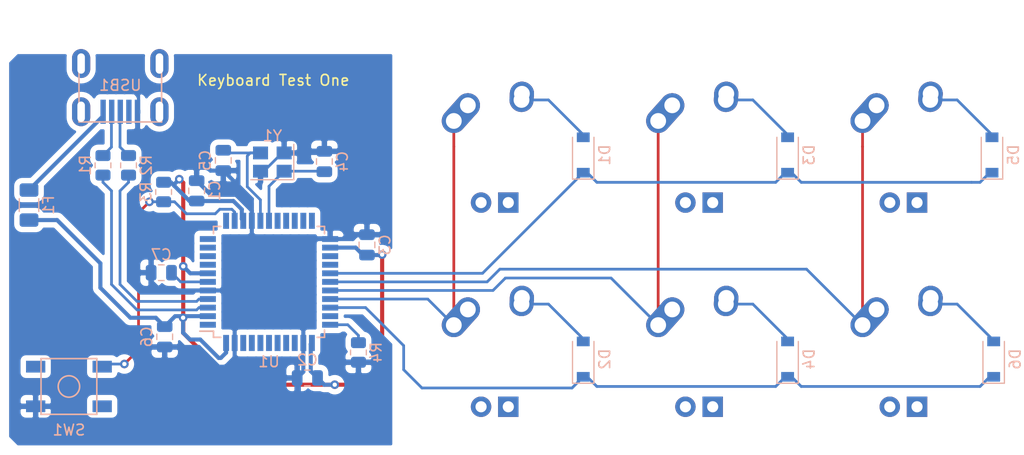
<source format=kicad_pcb>
(kicad_pcb (version 20171130) (host pcbnew "(5.1.9)-1")

  (general
    (thickness 1.6)
    (drawings 11)
    (tracks 243)
    (zones 0)
    (modules 28)
    (nets 47)
  )

  (page A4)
  (layers
    (0 F.Cu signal)
    (31 B.Cu signal)
    (32 B.Adhes user)
    (33 F.Adhes user)
    (34 B.Paste user)
    (35 F.Paste user)
    (36 B.SilkS user)
    (37 F.SilkS user)
    (38 B.Mask user)
    (39 F.Mask user)
    (40 Dwgs.User user)
    (41 Cmts.User user)
    (42 Eco1.User user)
    (43 Eco2.User user)
    (44 Edge.Cuts user)
    (45 Margin user)
    (46 B.CrtYd user)
    (47 F.CrtYd user)
    (48 B.Fab user)
    (49 F.Fab user)
  )

  (setup
    (last_trace_width 0.254)
    (trace_clearance 0.2)
    (zone_clearance 0.508)
    (zone_45_only no)
    (trace_min 0.2)
    (via_size 0.8)
    (via_drill 0.4)
    (via_min_size 0.4)
    (via_min_drill 0.3)
    (uvia_size 0.3)
    (uvia_drill 0.1)
    (uvias_allowed no)
    (uvia_min_size 0.2)
    (uvia_min_drill 0.1)
    (edge_width 0.05)
    (segment_width 0.2)
    (pcb_text_width 0.3)
    (pcb_text_size 1.5 1.5)
    (mod_edge_width 0.12)
    (mod_text_size 1 1)
    (mod_text_width 0.15)
    (pad_size 1.524 1.524)
    (pad_drill 0.762)
    (pad_to_mask_clearance 0)
    (aux_axis_origin 0 0)
    (visible_elements 7FFFFFFF)
    (pcbplotparams
      (layerselection 0x010fc_ffffffff)
      (usegerberextensions false)
      (usegerberattributes true)
      (usegerberadvancedattributes true)
      (creategerberjobfile true)
      (excludeedgelayer true)
      (linewidth 0.100000)
      (plotframeref false)
      (viasonmask false)
      (mode 1)
      (useauxorigin false)
      (hpglpennumber 1)
      (hpglpenspeed 20)
      (hpglpendiameter 15.000000)
      (psnegative false)
      (psa4output false)
      (plotreference true)
      (plotvalue true)
      (plotinvisibletext false)
      (padsonsilk false)
      (subtractmaskfromsilk false)
      (outputformat 1)
      (mirror false)
      (drillshape 1)
      (scaleselection 1)
      (outputdirectory ""))
  )

  (net 0 "")
  (net 1 GND)
  (net 2 +5V)
  (net 3 "Net-(C4-Pad1)")
  (net 4 "Net-(C5-Pad1)")
  (net 5 "Net-(C7-Pad1)")
  (net 6 "Net-(D1-Pad2)")
  (net 7 ROW0)
  (net 8 "Net-(D2-Pad2)")
  (net 9 ROW1)
  (net 10 "Net-(D3-Pad2)")
  (net 11 "Net-(D4-Pad2)")
  (net 12 "Net-(D5-Pad2)")
  (net 13 "Net-(D6-Pad2)")
  (net 14 VCC)
  (net 15 COL0)
  (net 16 COL1)
  (net 17 "Net-(R1-Pad2)")
  (net 18 D-)
  (net 19 D+)
  (net 20 "Net-(R2-Pad1)")
  (net 21 "Net-(R3-Pad2)")
  (net 22 "Net-(R4-Pad2)")
  (net 23 "Net-(U1-Pad42)")
  (net 24 "Net-(U1-Pad41)")
  (net 25 "Net-(U1-Pad40)")
  (net 26 "Net-(U1-Pad39)")
  (net 27 "Net-(U1-Pad38)")
  (net 28 "Net-(U1-Pad37)")
  (net 29 "Net-(U1-Pad36)")
  (net 30 "Net-(U1-Pad32)")
  (net 31 "Net-(U1-Pad26)")
  (net 32 "Net-(U1-Pad25)")
  (net 33 "Net-(U1-Pad22)")
  (net 34 "Net-(U1-Pad21)")
  (net 35 "Net-(U1-Pad20)")
  (net 36 "Net-(U1-Pad19)")
  (net 37 "Net-(U1-Pad18)")
  (net 38 "Net-(U1-Pad12)")
  (net 39 "Net-(U1-Pad11)")
  (net 40 "Net-(U1-Pad10)")
  (net 41 "Net-(U1-Pad9)")
  (net 42 "Net-(U1-Pad8)")
  (net 43 "Net-(U1-Pad1)")
  (net 44 "Net-(USB1-Pad6)")
  (net 45 "Net-(USB1-Pad2)")
  (net 46 COL2)

  (net_class Default "This is the default net class."
    (clearance 0.2)
    (trace_width 0.254)
    (via_dia 0.8)
    (via_drill 0.4)
    (uvia_dia 0.3)
    (uvia_drill 0.1)
    (add_net COL0)
    (add_net COL1)
    (add_net COL2)
    (add_net D+)
    (add_net D-)
    (add_net "Net-(C4-Pad1)")
    (add_net "Net-(C5-Pad1)")
    (add_net "Net-(C7-Pad1)")
    (add_net "Net-(D1-Pad2)")
    (add_net "Net-(D2-Pad2)")
    (add_net "Net-(D3-Pad2)")
    (add_net "Net-(D4-Pad2)")
    (add_net "Net-(D5-Pad2)")
    (add_net "Net-(D6-Pad2)")
    (add_net "Net-(R1-Pad2)")
    (add_net "Net-(R2-Pad1)")
    (add_net "Net-(R3-Pad2)")
    (add_net "Net-(R4-Pad2)")
    (add_net "Net-(U1-Pad1)")
    (add_net "Net-(U1-Pad10)")
    (add_net "Net-(U1-Pad11)")
    (add_net "Net-(U1-Pad12)")
    (add_net "Net-(U1-Pad18)")
    (add_net "Net-(U1-Pad19)")
    (add_net "Net-(U1-Pad20)")
    (add_net "Net-(U1-Pad21)")
    (add_net "Net-(U1-Pad22)")
    (add_net "Net-(U1-Pad25)")
    (add_net "Net-(U1-Pad26)")
    (add_net "Net-(U1-Pad32)")
    (add_net "Net-(U1-Pad36)")
    (add_net "Net-(U1-Pad37)")
    (add_net "Net-(U1-Pad38)")
    (add_net "Net-(U1-Pad39)")
    (add_net "Net-(U1-Pad40)")
    (add_net "Net-(U1-Pad41)")
    (add_net "Net-(U1-Pad42)")
    (add_net "Net-(U1-Pad8)")
    (add_net "Net-(U1-Pad9)")
    (add_net "Net-(USB1-Pad2)")
    (add_net "Net-(USB1-Pad6)")
    (add_net ROW0)
    (add_net ROW1)
  )

  (net_class Power ""
    (clearance 0.2)
    (trace_width 0.381)
    (via_dia 0.8)
    (via_drill 0.4)
    (uvia_dia 0.3)
    (uvia_drill 0.1)
    (add_net +5V)
    (add_net GND)
    (add_net VCC)
  )

  (module Crystal:Crystal_SMD_3225-4Pin_3.2x2.5mm (layer B.Cu) (tedit 5A0FD1B2) (tstamp 60254DC9)
    (at 166.5986 37.7952 180)
    (descr "SMD Crystal SERIES SMD3225/4 http://www.txccrystal.com/images/pdf/7m-accuracy.pdf, 3.2x2.5mm^2 package")
    (tags "SMD SMT crystal")
    (path /602624AA)
    (attr smd)
    (fp_text reference Y1 (at 0 2.45) (layer B.SilkS)
      (effects (font (size 1 1) (thickness 0.15)) (justify mirror))
    )
    (fp_text value Crystal_GND24_Small (at 0 -2.45) (layer B.Fab)
      (effects (font (size 1 1) (thickness 0.15)) (justify mirror))
    )
    (fp_line (start 2.1 1.7) (end -2.1 1.7) (layer B.CrtYd) (width 0.05))
    (fp_line (start 2.1 -1.7) (end 2.1 1.7) (layer B.CrtYd) (width 0.05))
    (fp_line (start -2.1 -1.7) (end 2.1 -1.7) (layer B.CrtYd) (width 0.05))
    (fp_line (start -2.1 1.7) (end -2.1 -1.7) (layer B.CrtYd) (width 0.05))
    (fp_line (start -2 -1.65) (end 2 -1.65) (layer B.SilkS) (width 0.12))
    (fp_line (start -2 1.65) (end -2 -1.65) (layer B.SilkS) (width 0.12))
    (fp_line (start -1.6 -0.25) (end -0.6 -1.25) (layer B.Fab) (width 0.1))
    (fp_line (start 1.6 1.25) (end -1.6 1.25) (layer B.Fab) (width 0.1))
    (fp_line (start 1.6 -1.25) (end 1.6 1.25) (layer B.Fab) (width 0.1))
    (fp_line (start -1.6 -1.25) (end 1.6 -1.25) (layer B.Fab) (width 0.1))
    (fp_line (start -1.6 1.25) (end -1.6 -1.25) (layer B.Fab) (width 0.1))
    (fp_text user %R (at 0 0) (layer B.Fab)
      (effects (font (size 0.7 0.7) (thickness 0.105)) (justify mirror))
    )
    (pad 4 smd rect (at -1.1 0.85 180) (size 1.4 1.2) (layers B.Cu B.Paste B.Mask)
      (net 1 GND))
    (pad 3 smd rect (at 1.1 0.85 180) (size 1.4 1.2) (layers B.Cu B.Paste B.Mask)
      (net 4 "Net-(C5-Pad1)"))
    (pad 2 smd rect (at 1.1 -0.85 180) (size 1.4 1.2) (layers B.Cu B.Paste B.Mask)
      (net 1 GND))
    (pad 1 smd rect (at -1.1 -0.85 180) (size 1.4 1.2) (layers B.Cu B.Paste B.Mask)
      (net 3 "Net-(C4-Pad1)"))
    (model ${KISYS3DMOD}/Crystal.3dshapes/Crystal_SMD_3225-4Pin_3.2x2.5mm.wrl
      (at (xyz 0 0 0))
      (scale (xyz 1 1 1))
      (rotate (xyz 0 0 0))
    )
  )

  (module random-keyboard-parts:Molex-0548190589 (layer B.Cu) (tedit 5C494815) (tstamp 60256577)
    (at 152.4254 28.6004 270)
    (path /6027B79A)
    (attr smd)
    (fp_text reference USB1 (at 2.032 0 180) (layer B.SilkS)
      (effects (font (size 1 1) (thickness 0.15)) (justify mirror))
    )
    (fp_text value Molex-0548190589 (at -5.08 0 180) (layer Dwgs.User)
      (effects (font (size 1 1) (thickness 0.15)))
    )
    (fp_line (start 3.25 1.25) (end 5.5 1.25) (layer B.CrtYd) (width 0.15))
    (fp_line (start 5.5 0.5) (end 3.25 0.5) (layer B.CrtYd) (width 0.15))
    (fp_line (start 3.25 -0.5) (end 5.5 -0.5) (layer B.CrtYd) (width 0.15))
    (fp_line (start 5.5 -1.25) (end 3.25 -1.25) (layer B.CrtYd) (width 0.15))
    (fp_line (start 3.25 -2) (end 5.5 -2) (layer B.CrtYd) (width 0.15))
    (fp_line (start 3.25 2) (end 3.25 -2) (layer B.CrtYd) (width 0.15))
    (fp_line (start 5.5 2) (end 3.25 2) (layer B.CrtYd) (width 0.15))
    (fp_line (start -3.75 -3.75) (end -3.75 3.75) (layer B.CrtYd) (width 0.15))
    (fp_line (start 5.5 -3.75) (end -3.75 -3.75) (layer B.CrtYd) (width 0.15))
    (fp_line (start 5.5 3.75) (end 5.5 -3.75) (layer B.CrtYd) (width 0.15))
    (fp_line (start -3.75 3.75) (end 5.5 3.75) (layer B.CrtYd) (width 0.15))
    (fp_line (start 0 3.85) (end 5.45 3.85) (layer B.SilkS) (width 0.15))
    (fp_line (start 0 -3.85) (end 5.45 -3.85) (layer B.SilkS) (width 0.15))
    (fp_line (start 5.45 3.85) (end 5.45 -3.85) (layer B.SilkS) (width 0.15))
    (fp_line (start -3.75 3.85) (end 0 3.85) (layer Dwgs.User) (width 0.15))
    (fp_line (start -3.75 -3.85) (end 0 -3.85) (layer Dwgs.User) (width 0.15))
    (fp_line (start -1.75 4.572) (end -1.75 -4.572) (layer Dwgs.User) (width 0.15))
    (fp_line (start -3.75 3.85) (end -3.75 -3.85) (layer Dwgs.User) (width 0.15))
    (fp_text user %R (at 2 0 180) (layer B.CrtYd)
      (effects (font (size 1 1) (thickness 0.15)) (justify mirror))
    )
    (pad 6 thru_hole oval (at 0 3.65 270) (size 2.7 1.7) (drill oval 1.9 0.7) (layers *.Cu *.Mask)
      (net 44 "Net-(USB1-Pad6)"))
    (pad 6 thru_hole oval (at 0 -3.65 270) (size 2.7 1.7) (drill oval 1.9 0.7) (layers *.Cu *.Mask)
      (net 44 "Net-(USB1-Pad6)"))
    (pad 6 thru_hole oval (at 4.5 -3.65 270) (size 2.7 1.7) (drill oval 1.9 0.7) (layers *.Cu *.Mask)
      (net 44 "Net-(USB1-Pad6)"))
    (pad 6 thru_hole oval (at 4.5 3.65 270) (size 2.7 1.7) (drill oval 1.9 0.7) (layers *.Cu *.Mask)
      (net 44 "Net-(USB1-Pad6)"))
    (pad 5 smd rect (at 4.5 1.6 270) (size 2.25 0.5) (layers B.Cu B.Paste B.Mask)
      (net 14 VCC))
    (pad 4 smd rect (at 4.5 0.8 270) (size 2.25 0.5) (layers B.Cu B.Paste B.Mask)
      (net 18 D-))
    (pad 3 smd rect (at 4.5 0 270) (size 2.25 0.5) (layers B.Cu B.Paste B.Mask)
      (net 19 D+))
    (pad 2 smd rect (at 4.5 -0.8 270) (size 2.25 0.5) (layers B.Cu B.Paste B.Mask)
      (net 45 "Net-(USB1-Pad2)"))
    (pad 1 smd rect (at 4.5 -1.6 270) (size 2.25 0.5) (layers B.Cu B.Paste B.Mask)
      (net 1 GND))
  )

  (module Package_QFP:TQFP-44_10x10mm_P0.8mm (layer B.Cu) (tedit 5A02F146) (tstamp 6025BD8B)
    (at 166.28745 48.97755)
    (descr "44-Lead Plastic Thin Quad Flatpack (PT) - 10x10x1.0 mm Body [TQFP] (see Microchip Packaging Specification 00000049BS.pdf)")
    (tags "QFP 0.8")
    (path /602401BA)
    (attr smd)
    (fp_text reference U1 (at 0 7.45) (layer B.SilkS)
      (effects (font (size 1 1) (thickness 0.15)) (justify mirror))
    )
    (fp_text value ATmega32U4-AU (at 0 -7.45) (layer B.Fab)
      (effects (font (size 1 1) (thickness 0.15)) (justify mirror))
    )
    (fp_line (start -5.175 4.6) (end -6.45 4.6) (layer B.SilkS) (width 0.15))
    (fp_line (start 5.175 5.175) (end 4.5 5.175) (layer B.SilkS) (width 0.15))
    (fp_line (start 5.175 -5.175) (end 4.5 -5.175) (layer B.SilkS) (width 0.15))
    (fp_line (start -5.175 -5.175) (end -4.5 -5.175) (layer B.SilkS) (width 0.15))
    (fp_line (start -5.175 5.175) (end -4.5 5.175) (layer B.SilkS) (width 0.15))
    (fp_line (start -5.175 -5.175) (end -5.175 -4.5) (layer B.SilkS) (width 0.15))
    (fp_line (start 5.175 -5.175) (end 5.175 -4.5) (layer B.SilkS) (width 0.15))
    (fp_line (start 5.175 5.175) (end 5.175 4.5) (layer B.SilkS) (width 0.15))
    (fp_line (start -5.175 5.175) (end -5.175 4.6) (layer B.SilkS) (width 0.15))
    (fp_line (start -6.7 -6.7) (end 6.7 -6.7) (layer B.CrtYd) (width 0.05))
    (fp_line (start -6.7 6.7) (end 6.7 6.7) (layer B.CrtYd) (width 0.05))
    (fp_line (start 6.7 6.7) (end 6.7 -6.7) (layer B.CrtYd) (width 0.05))
    (fp_line (start -6.7 6.7) (end -6.7 -6.7) (layer B.CrtYd) (width 0.05))
    (fp_line (start -5 4) (end -4 5) (layer B.Fab) (width 0.15))
    (fp_line (start -5 -5) (end -5 4) (layer B.Fab) (width 0.15))
    (fp_line (start 5 -5) (end -5 -5) (layer B.Fab) (width 0.15))
    (fp_line (start 5 5) (end 5 -5) (layer B.Fab) (width 0.15))
    (fp_line (start -4 5) (end 5 5) (layer B.Fab) (width 0.15))
    (fp_text user %R (at 0 0) (layer B.Fab)
      (effects (font (size 1 1) (thickness 0.15)) (justify mirror))
    )
    (pad 44 smd rect (at -4 5.7 270) (size 1.5 0.55) (layers B.Cu B.Paste B.Mask)
      (net 2 +5V))
    (pad 43 smd rect (at -3.2 5.7 270) (size 1.5 0.55) (layers B.Cu B.Paste B.Mask)
      (net 1 GND))
    (pad 42 smd rect (at -2.4 5.7 270) (size 1.5 0.55) (layers B.Cu B.Paste B.Mask)
      (net 23 "Net-(U1-Pad42)"))
    (pad 41 smd rect (at -1.6 5.7 270) (size 1.5 0.55) (layers B.Cu B.Paste B.Mask)
      (net 24 "Net-(U1-Pad41)"))
    (pad 40 smd rect (at -0.8 5.7 270) (size 1.5 0.55) (layers B.Cu B.Paste B.Mask)
      (net 25 "Net-(U1-Pad40)"))
    (pad 39 smd rect (at 0 5.7 270) (size 1.5 0.55) (layers B.Cu B.Paste B.Mask)
      (net 26 "Net-(U1-Pad39)"))
    (pad 38 smd rect (at 0.8 5.7 270) (size 1.5 0.55) (layers B.Cu B.Paste B.Mask)
      (net 27 "Net-(U1-Pad38)"))
    (pad 37 smd rect (at 1.6 5.7 270) (size 1.5 0.55) (layers B.Cu B.Paste B.Mask)
      (net 28 "Net-(U1-Pad37)"))
    (pad 36 smd rect (at 2.4 5.7 270) (size 1.5 0.55) (layers B.Cu B.Paste B.Mask)
      (net 29 "Net-(U1-Pad36)"))
    (pad 35 smd rect (at 3.2 5.7 270) (size 1.5 0.55) (layers B.Cu B.Paste B.Mask)
      (net 1 GND))
    (pad 34 smd rect (at 4 5.7 270) (size 1.5 0.55) (layers B.Cu B.Paste B.Mask)
      (net 2 +5V))
    (pad 33 smd rect (at 5.7 4) (size 1.5 0.55) (layers B.Cu B.Paste B.Mask)
      (net 22 "Net-(R4-Pad2)"))
    (pad 32 smd rect (at 5.7 3.2) (size 1.5 0.55) (layers B.Cu B.Paste B.Mask)
      (net 30 "Net-(U1-Pad32)"))
    (pad 31 smd rect (at 5.7 2.4) (size 1.5 0.55) (layers B.Cu B.Paste B.Mask)
      (net 9 ROW1))
    (pad 30 smd rect (at 5.7 1.6) (size 1.5 0.55) (layers B.Cu B.Paste B.Mask)
      (net 15 COL0))
    (pad 29 smd rect (at 5.7 0.8) (size 1.5 0.55) (layers B.Cu B.Paste B.Mask)
      (net 16 COL1))
    (pad 28 smd rect (at 5.7 0) (size 1.5 0.55) (layers B.Cu B.Paste B.Mask)
      (net 46 COL2))
    (pad 27 smd rect (at 5.7 -0.8) (size 1.5 0.55) (layers B.Cu B.Paste B.Mask)
      (net 7 ROW0))
    (pad 26 smd rect (at 5.7 -1.6) (size 1.5 0.55) (layers B.Cu B.Paste B.Mask)
      (net 31 "Net-(U1-Pad26)"))
    (pad 25 smd rect (at 5.7 -2.4) (size 1.5 0.55) (layers B.Cu B.Paste B.Mask)
      (net 32 "Net-(U1-Pad25)"))
    (pad 24 smd rect (at 5.7 -3.2) (size 1.5 0.55) (layers B.Cu B.Paste B.Mask)
      (net 2 +5V))
    (pad 23 smd rect (at 5.7 -4) (size 1.5 0.55) (layers B.Cu B.Paste B.Mask)
      (net 1 GND))
    (pad 22 smd rect (at 4 -5.7 270) (size 1.5 0.55) (layers B.Cu B.Paste B.Mask)
      (net 33 "Net-(U1-Pad22)"))
    (pad 21 smd rect (at 3.2 -5.7 270) (size 1.5 0.55) (layers B.Cu B.Paste B.Mask)
      (net 34 "Net-(U1-Pad21)"))
    (pad 20 smd rect (at 2.4 -5.7 270) (size 1.5 0.55) (layers B.Cu B.Paste B.Mask)
      (net 35 "Net-(U1-Pad20)"))
    (pad 19 smd rect (at 1.6 -5.7 270) (size 1.5 0.55) (layers B.Cu B.Paste B.Mask)
      (net 36 "Net-(U1-Pad19)"))
    (pad 18 smd rect (at 0.8 -5.7 270) (size 1.5 0.55) (layers B.Cu B.Paste B.Mask)
      (net 37 "Net-(U1-Pad18)"))
    (pad 17 smd rect (at 0 -5.7 270) (size 1.5 0.55) (layers B.Cu B.Paste B.Mask)
      (net 3 "Net-(C4-Pad1)"))
    (pad 16 smd rect (at -0.8 -5.7 270) (size 1.5 0.55) (layers B.Cu B.Paste B.Mask)
      (net 4 "Net-(C5-Pad1)"))
    (pad 15 smd rect (at -1.6 -5.7 270) (size 1.5 0.55) (layers B.Cu B.Paste B.Mask)
      (net 1 GND))
    (pad 14 smd rect (at -2.4 -5.7 270) (size 1.5 0.55) (layers B.Cu B.Paste B.Mask)
      (net 2 +5V))
    (pad 13 smd rect (at -3.2 -5.7 270) (size 1.5 0.55) (layers B.Cu B.Paste B.Mask)
      (net 21 "Net-(R3-Pad2)"))
    (pad 12 smd rect (at -4 -5.7 270) (size 1.5 0.55) (layers B.Cu B.Paste B.Mask)
      (net 38 "Net-(U1-Pad12)"))
    (pad 11 smd rect (at -5.7 -4) (size 1.5 0.55) (layers B.Cu B.Paste B.Mask)
      (net 39 "Net-(U1-Pad11)"))
    (pad 10 smd rect (at -5.7 -3.2) (size 1.5 0.55) (layers B.Cu B.Paste B.Mask)
      (net 40 "Net-(U1-Pad10)"))
    (pad 9 smd rect (at -5.7 -2.4) (size 1.5 0.55) (layers B.Cu B.Paste B.Mask)
      (net 41 "Net-(U1-Pad9)"))
    (pad 8 smd rect (at -5.7 -1.6) (size 1.5 0.55) (layers B.Cu B.Paste B.Mask)
      (net 42 "Net-(U1-Pad8)"))
    (pad 7 smd rect (at -5.7 -0.8) (size 1.5 0.55) (layers B.Cu B.Paste B.Mask)
      (net 2 +5V))
    (pad 6 smd rect (at -5.7 0) (size 1.5 0.55) (layers B.Cu B.Paste B.Mask)
      (net 5 "Net-(C7-Pad1)"))
    (pad 5 smd rect (at -5.7 0.8) (size 1.5 0.55) (layers B.Cu B.Paste B.Mask)
      (net 1 GND))
    (pad 4 smd rect (at -5.7 1.6) (size 1.5 0.55) (layers B.Cu B.Paste B.Mask)
      (net 20 "Net-(R2-Pad1)"))
    (pad 3 smd rect (at -5.7 2.4) (size 1.5 0.55) (layers B.Cu B.Paste B.Mask)
      (net 17 "Net-(R1-Pad2)"))
    (pad 2 smd rect (at -5.7 3.2) (size 1.5 0.55) (layers B.Cu B.Paste B.Mask)
      (net 2 +5V))
    (pad 1 smd rect (at -5.7 4) (size 1.5 0.55) (layers B.Cu B.Paste B.Mask)
      (net 43 "Net-(U1-Pad1)"))
    (model ${KISYS3DMOD}/Package_QFP.3dshapes/TQFP-44_10x10mm_P0.8mm.wrl
      (at (xyz 0 0 0))
      (scale (xyz 1 1 1))
      (rotate (xyz 0 0 0))
    )
  )

  (module random-keyboard-parts:SKQG-1155865 (layer B.Cu) (tedit 5E62B398) (tstamp 60254D52)
    (at 147.6375 58.7375 180)
    (path /6026E9E9)
    (attr smd)
    (fp_text reference SW1 (at 0 -4.064) (layer B.SilkS)
      (effects (font (size 1 1) (thickness 0.15)) (justify mirror))
    )
    (fp_text value SW_Push (at 0 4.064) (layer B.Fab)
      (effects (font (size 1 1) (thickness 0.15)) (justify mirror))
    )
    (fp_line (start -2.6 2.6) (end 2.6 2.6) (layer B.SilkS) (width 0.15))
    (fp_line (start 2.6 2.6) (end 2.6 -2.6) (layer B.SilkS) (width 0.15))
    (fp_line (start 2.6 -2.6) (end -2.6 -2.6) (layer B.SilkS) (width 0.15))
    (fp_line (start -2.6 -2.6) (end -2.6 2.6) (layer B.SilkS) (width 0.15))
    (fp_circle (center 0 0) (end 1 0) (layer B.SilkS) (width 0.15))
    (fp_line (start -4.2 2.6) (end 4.2 2.6) (layer B.Fab) (width 0.15))
    (fp_line (start 4.2 2.6) (end 4.2 1.2) (layer B.Fab) (width 0.15))
    (fp_line (start 4.2 1.1) (end 2.6 1.1) (layer B.Fab) (width 0.15))
    (fp_line (start 2.6 1.1) (end 2.6 -1.1) (layer B.Fab) (width 0.15))
    (fp_line (start 2.6 -1.1) (end 4.2 -1.1) (layer B.Fab) (width 0.15))
    (fp_line (start 4.2 -1.1) (end 4.2 -2.6) (layer B.Fab) (width 0.15))
    (fp_line (start 4.2 -2.6) (end -4.2 -2.6) (layer B.Fab) (width 0.15))
    (fp_line (start -4.2 -2.6) (end -4.2 -1.1) (layer B.Fab) (width 0.15))
    (fp_line (start -4.2 -1.1) (end -2.6 -1.1) (layer B.Fab) (width 0.15))
    (fp_line (start -2.6 -1.1) (end -2.6 1.1) (layer B.Fab) (width 0.15))
    (fp_line (start -2.6 1.1) (end -4.2 1.1) (layer B.Fab) (width 0.15))
    (fp_line (start -4.2 1.1) (end -4.2 2.6) (layer B.Fab) (width 0.15))
    (fp_circle (center 0 0) (end 1 0) (layer B.Fab) (width 0.15))
    (fp_line (start -2.6 1.1) (end -1.1 2.6) (layer B.Fab) (width 0.15))
    (fp_line (start 2.6 1.1) (end 1.1 2.6) (layer B.Fab) (width 0.15))
    (fp_line (start 2.6 -1.1) (end 1.1 -2.6) (layer B.Fab) (width 0.15))
    (fp_line (start -2.6 -1.1) (end -1.1 -2.6) (layer B.Fab) (width 0.15))
    (pad 4 smd rect (at -3.1 -1.85 180) (size 1.8 1.1) (layers B.Cu B.Paste B.Mask))
    (pad 3 smd rect (at 3.1 1.85 180) (size 1.8 1.1) (layers B.Cu B.Paste B.Mask))
    (pad 2 smd rect (at -3.1 1.85 180) (size 1.8 1.1) (layers B.Cu B.Paste B.Mask)
      (net 21 "Net-(R3-Pad2)"))
    (pad 1 smd rect (at 3.1 -1.85 180) (size 1.8 1.1) (layers B.Cu B.Paste B.Mask)
      (net 1 GND))
    (model ${KISYS3DMOD}/Button_Switch_SMD.3dshapes/SW_SPST_TL3342.step
      (at (xyz 0 0 0))
      (scale (xyz 1 1 1))
      (rotate (xyz 0 0 0))
    )
  )

  (module Resistor_SMD:R_0805_2012Metric (layer B.Cu) (tedit 5F68FEEE) (tstamp 6025611A)
    (at 174.625 55.5625 90)
    (descr "Resistor SMD 0805 (2012 Metric), square (rectangular) end terminal, IPC_7351 nominal, (Body size source: IPC-SM-782 page 72, https://www.pcb-3d.com/wordpress/wp-content/uploads/ipc-sm-782a_amendment_1_and_2.pdf), generated with kicad-footprint-generator")
    (tags resistor)
    (path /60249EFF)
    (attr smd)
    (fp_text reference R4 (at 0 1.65 90) (layer B.SilkS)
      (effects (font (size 1 1) (thickness 0.15)) (justify mirror))
    )
    (fp_text value 10k (at 0 -1.65 90) (layer B.Fab)
      (effects (font (size 1 1) (thickness 0.15)) (justify mirror))
    )
    (fp_line (start 1.68 -0.95) (end -1.68 -0.95) (layer B.CrtYd) (width 0.05))
    (fp_line (start 1.68 0.95) (end 1.68 -0.95) (layer B.CrtYd) (width 0.05))
    (fp_line (start -1.68 0.95) (end 1.68 0.95) (layer B.CrtYd) (width 0.05))
    (fp_line (start -1.68 -0.95) (end -1.68 0.95) (layer B.CrtYd) (width 0.05))
    (fp_line (start -0.227064 -0.735) (end 0.227064 -0.735) (layer B.SilkS) (width 0.12))
    (fp_line (start -0.227064 0.735) (end 0.227064 0.735) (layer B.SilkS) (width 0.12))
    (fp_line (start 1 -0.625) (end -1 -0.625) (layer B.Fab) (width 0.1))
    (fp_line (start 1 0.625) (end 1 -0.625) (layer B.Fab) (width 0.1))
    (fp_line (start -1 0.625) (end 1 0.625) (layer B.Fab) (width 0.1))
    (fp_line (start -1 -0.625) (end -1 0.625) (layer B.Fab) (width 0.1))
    (fp_text user %R (at 0 0 90) (layer B.Fab)
      (effects (font (size 0.5 0.5) (thickness 0.08)) (justify mirror))
    )
    (pad 2 smd roundrect (at 0.9125 0 90) (size 1.025 1.4) (layers B.Cu B.Paste B.Mask) (roundrect_rratio 0.243902)
      (net 22 "Net-(R4-Pad2)"))
    (pad 1 smd roundrect (at -0.9125 0 90) (size 1.025 1.4) (layers B.Cu B.Paste B.Mask) (roundrect_rratio 0.243902)
      (net 1 GND))
    (model ${KISYS3DMOD}/Resistor_SMD.3dshapes/R_0805_2012Metric.wrl
      (at (xyz 0 0 0))
      (scale (xyz 1 1 1))
      (rotate (xyz 0 0 0))
    )
  )

  (module Resistor_SMD:R_0805_2012Metric (layer B.Cu) (tedit 5F68FEEE) (tstamp 60257E62)
    (at 156.464 40.5892 270)
    (descr "Resistor SMD 0805 (2012 Metric), square (rectangular) end terminal, IPC_7351 nominal, (Body size source: IPC-SM-782 page 72, https://www.pcb-3d.com/wordpress/wp-content/uploads/ipc-sm-782a_amendment_1_and_2.pdf), generated with kicad-footprint-generator")
    (tags resistor)
    (path /60275D6E)
    (attr smd)
    (fp_text reference R3 (at 0 1.65 90) (layer B.SilkS)
      (effects (font (size 1 1) (thickness 0.15)) (justify mirror))
    )
    (fp_text value 10k (at 0 -1.65 90) (layer B.Fab)
      (effects (font (size 1 1) (thickness 0.15)) (justify mirror))
    )
    (fp_line (start 1.68 -0.95) (end -1.68 -0.95) (layer B.CrtYd) (width 0.05))
    (fp_line (start 1.68 0.95) (end 1.68 -0.95) (layer B.CrtYd) (width 0.05))
    (fp_line (start -1.68 0.95) (end 1.68 0.95) (layer B.CrtYd) (width 0.05))
    (fp_line (start -1.68 -0.95) (end -1.68 0.95) (layer B.CrtYd) (width 0.05))
    (fp_line (start -0.227064 -0.735) (end 0.227064 -0.735) (layer B.SilkS) (width 0.12))
    (fp_line (start -0.227064 0.735) (end 0.227064 0.735) (layer B.SilkS) (width 0.12))
    (fp_line (start 1 -0.625) (end -1 -0.625) (layer B.Fab) (width 0.1))
    (fp_line (start 1 0.625) (end 1 -0.625) (layer B.Fab) (width 0.1))
    (fp_line (start -1 0.625) (end 1 0.625) (layer B.Fab) (width 0.1))
    (fp_line (start -1 -0.625) (end -1 0.625) (layer B.Fab) (width 0.1))
    (fp_text user %R (at 0 0 90) (layer B.Fab)
      (effects (font (size 0.5 0.5) (thickness 0.08)) (justify mirror))
    )
    (pad 2 smd roundrect (at 0.9125 0 270) (size 1.025 1.4) (layers B.Cu B.Paste B.Mask) (roundrect_rratio 0.243902)
      (net 21 "Net-(R3-Pad2)"))
    (pad 1 smd roundrect (at -0.9125 0 270) (size 1.025 1.4) (layers B.Cu B.Paste B.Mask) (roundrect_rratio 0.243902)
      (net 2 +5V))
    (model ${KISYS3DMOD}/Resistor_SMD.3dshapes/R_0805_2012Metric.wrl
      (at (xyz 0 0 0))
      (scale (xyz 1 1 1))
      (rotate (xyz 0 0 0))
    )
  )

  (module Resistor_SMD:R_0805_2012Metric (layer B.Cu) (tedit 5F68FEEE) (tstamp 60254D12)
    (at 153.19375 38.1 90)
    (descr "Resistor SMD 0805 (2012 Metric), square (rectangular) end terminal, IPC_7351 nominal, (Body size source: IPC-SM-782 page 72, https://www.pcb-3d.com/wordpress/wp-content/uploads/ipc-sm-782a_amendment_1_and_2.pdf), generated with kicad-footprint-generator")
    (tags resistor)
    (path /60251592)
    (attr smd)
    (fp_text reference R2 (at 0 1.65 90) (layer B.SilkS)
      (effects (font (size 1 1) (thickness 0.15)) (justify mirror))
    )
    (fp_text value 22 (at 0 -1.65 90) (layer B.Fab)
      (effects (font (size 1 1) (thickness 0.15)) (justify mirror))
    )
    (fp_line (start 1.68 -0.95) (end -1.68 -0.95) (layer B.CrtYd) (width 0.05))
    (fp_line (start 1.68 0.95) (end 1.68 -0.95) (layer B.CrtYd) (width 0.05))
    (fp_line (start -1.68 0.95) (end 1.68 0.95) (layer B.CrtYd) (width 0.05))
    (fp_line (start -1.68 -0.95) (end -1.68 0.95) (layer B.CrtYd) (width 0.05))
    (fp_line (start -0.227064 -0.735) (end 0.227064 -0.735) (layer B.SilkS) (width 0.12))
    (fp_line (start -0.227064 0.735) (end 0.227064 0.735) (layer B.SilkS) (width 0.12))
    (fp_line (start 1 -0.625) (end -1 -0.625) (layer B.Fab) (width 0.1))
    (fp_line (start 1 0.625) (end 1 -0.625) (layer B.Fab) (width 0.1))
    (fp_line (start -1 0.625) (end 1 0.625) (layer B.Fab) (width 0.1))
    (fp_line (start -1 -0.625) (end -1 0.625) (layer B.Fab) (width 0.1))
    (fp_text user %R (at 0 0 90) (layer B.Fab)
      (effects (font (size 0.5 0.5) (thickness 0.08)) (justify mirror))
    )
    (pad 2 smd roundrect (at 0.9125 0 90) (size 1.025 1.4) (layers B.Cu B.Paste B.Mask) (roundrect_rratio 0.243902)
      (net 19 D+))
    (pad 1 smd roundrect (at -0.9125 0 90) (size 1.025 1.4) (layers B.Cu B.Paste B.Mask) (roundrect_rratio 0.243902)
      (net 20 "Net-(R2-Pad1)"))
    (model ${KISYS3DMOD}/Resistor_SMD.3dshapes/R_0805_2012Metric.wrl
      (at (xyz 0 0 0))
      (scale (xyz 1 1 1))
      (rotate (xyz 0 0 0))
    )
  )

  (module Resistor_SMD:R_0805_2012Metric (layer B.Cu) (tedit 5F68FEEE) (tstamp 6025891C)
    (at 150.8125 38.1 270)
    (descr "Resistor SMD 0805 (2012 Metric), square (rectangular) end terminal, IPC_7351 nominal, (Body size source: IPC-SM-782 page 72, https://www.pcb-3d.com/wordpress/wp-content/uploads/ipc-sm-782a_amendment_1_and_2.pdf), generated with kicad-footprint-generator")
    (tags resistor)
    (path /60252D01)
    (attr smd)
    (fp_text reference R1 (at 0 1.65 90) (layer B.SilkS)
      (effects (font (size 1 1) (thickness 0.15)) (justify mirror))
    )
    (fp_text value 22 (at 0 -1.65 90) (layer B.Fab)
      (effects (font (size 1 1) (thickness 0.15)) (justify mirror))
    )
    (fp_line (start 1.68 -0.95) (end -1.68 -0.95) (layer B.CrtYd) (width 0.05))
    (fp_line (start 1.68 0.95) (end 1.68 -0.95) (layer B.CrtYd) (width 0.05))
    (fp_line (start -1.68 0.95) (end 1.68 0.95) (layer B.CrtYd) (width 0.05))
    (fp_line (start -1.68 -0.95) (end -1.68 0.95) (layer B.CrtYd) (width 0.05))
    (fp_line (start -0.227064 -0.735) (end 0.227064 -0.735) (layer B.SilkS) (width 0.12))
    (fp_line (start -0.227064 0.735) (end 0.227064 0.735) (layer B.SilkS) (width 0.12))
    (fp_line (start 1 -0.625) (end -1 -0.625) (layer B.Fab) (width 0.1))
    (fp_line (start 1 0.625) (end 1 -0.625) (layer B.Fab) (width 0.1))
    (fp_line (start -1 0.625) (end 1 0.625) (layer B.Fab) (width 0.1))
    (fp_line (start -1 -0.625) (end -1 0.625) (layer B.Fab) (width 0.1))
    (fp_text user %R (at 0 0 90) (layer B.Fab)
      (effects (font (size 0.5 0.5) (thickness 0.08)) (justify mirror))
    )
    (pad 2 smd roundrect (at 0.9125 0 270) (size 1.025 1.4) (layers B.Cu B.Paste B.Mask) (roundrect_rratio 0.243902)
      (net 17 "Net-(R1-Pad2)"))
    (pad 1 smd roundrect (at -0.9125 0 270) (size 1.025 1.4) (layers B.Cu B.Paste B.Mask) (roundrect_rratio 0.243902)
      (net 18 D-))
    (model ${KISYS3DMOD}/Resistor_SMD.3dshapes/R_0805_2012Metric.wrl
      (at (xyz 0 0 0))
      (scale (xyz 1 1 1))
      (rotate (xyz 0 0 0))
    )
  )

  (module MX_Alps_Hybrid:MX-1U (layer F.Cu) (tedit 5A9F3A9A) (tstamp 60257347)
    (at 225.425 55.5498)
    (path /6029ABC3)
    (fp_text reference MX6 (at 0 3.175) (layer Dwgs.User)
      (effects (font (size 1 1) (thickness 0.15)))
    )
    (fp_text value MX-NoLED (at 0 -7.9375) (layer Dwgs.User)
      (effects (font (size 1 1) (thickness 0.15)))
    )
    (fp_line (start -9.525 9.525) (end -9.525 -9.525) (layer Dwgs.User) (width 0.15))
    (fp_line (start 9.525 9.525) (end -9.525 9.525) (layer Dwgs.User) (width 0.15))
    (fp_line (start 9.525 -9.525) (end 9.525 9.525) (layer Dwgs.User) (width 0.15))
    (fp_line (start -9.525 -9.525) (end 9.525 -9.525) (layer Dwgs.User) (width 0.15))
    (fp_line (start -7 -7) (end -7 -5) (layer Dwgs.User) (width 0.15))
    (fp_line (start -5 -7) (end -7 -7) (layer Dwgs.User) (width 0.15))
    (fp_line (start -7 7) (end -5 7) (layer Dwgs.User) (width 0.15))
    (fp_line (start -7 5) (end -7 7) (layer Dwgs.User) (width 0.15))
    (fp_line (start 7 7) (end 7 5) (layer Dwgs.User) (width 0.15))
    (fp_line (start 5 7) (end 7 7) (layer Dwgs.User) (width 0.15))
    (fp_line (start 7 -7) (end 7 -5) (layer Dwgs.User) (width 0.15))
    (fp_line (start 5 -7) (end 7 -7) (layer Dwgs.User) (width 0.15))
    (pad "" np_thru_hole circle (at 5.08 0 48.0996) (size 1.75 1.75) (drill 1.75) (layers *.Cu *.Mask))
    (pad "" np_thru_hole circle (at -5.08 0 48.0996) (size 1.75 1.75) (drill 1.75) (layers *.Cu *.Mask))
    (pad 4 thru_hole rect (at 1.27 5.08) (size 1.905 1.905) (drill 1.04) (layers *.Cu B.Mask))
    (pad 3 thru_hole circle (at -1.27 5.08) (size 1.905 1.905) (drill 1.04) (layers *.Cu B.Mask))
    (pad 1 thru_hole circle (at -2.5 -4) (size 2.25 2.25) (drill 1.47) (layers *.Cu B.Mask)
      (net 46 COL2))
    (pad "" np_thru_hole circle (at 0 0) (size 3.9878 3.9878) (drill 3.9878) (layers *.Cu *.Mask))
    (pad 1 thru_hole oval (at -3.81 -2.54 48.0996) (size 4.211556 2.25) (drill 1.47 (offset 0.980778 0)) (layers *.Cu B.Mask)
      (net 46 COL2))
    (pad 2 thru_hole circle (at 2.54 -5.08) (size 2.25 2.25) (drill 1.47) (layers *.Cu B.Mask)
      (net 13 "Net-(D6-Pad2)"))
    (pad 2 thru_hole oval (at 2.5 -4.5 86.0548) (size 2.831378 2.25) (drill 1.47 (offset 0.290689 0)) (layers *.Cu B.Mask)
      (net 13 "Net-(D6-Pad2)"))
  )

  (module MX_Alps_Hybrid:MX-1U (layer F.Cu) (tedit 5A9F3A9A) (tstamp 602575CF)
    (at 225.425 36.4998)
    (path /60296F5C)
    (fp_text reference MX5 (at 0 3.175) (layer Dwgs.User)
      (effects (font (size 1 1) (thickness 0.15)))
    )
    (fp_text value MX-NoLED (at 0 -7.9375) (layer Dwgs.User)
      (effects (font (size 1 1) (thickness 0.15)))
    )
    (fp_line (start -9.525 9.525) (end -9.525 -9.525) (layer Dwgs.User) (width 0.15))
    (fp_line (start 9.525 9.525) (end -9.525 9.525) (layer Dwgs.User) (width 0.15))
    (fp_line (start 9.525 -9.525) (end 9.525 9.525) (layer Dwgs.User) (width 0.15))
    (fp_line (start -9.525 -9.525) (end 9.525 -9.525) (layer Dwgs.User) (width 0.15))
    (fp_line (start -7 -7) (end -7 -5) (layer Dwgs.User) (width 0.15))
    (fp_line (start -5 -7) (end -7 -7) (layer Dwgs.User) (width 0.15))
    (fp_line (start -7 7) (end -5 7) (layer Dwgs.User) (width 0.15))
    (fp_line (start -7 5) (end -7 7) (layer Dwgs.User) (width 0.15))
    (fp_line (start 7 7) (end 7 5) (layer Dwgs.User) (width 0.15))
    (fp_line (start 5 7) (end 7 7) (layer Dwgs.User) (width 0.15))
    (fp_line (start 7 -7) (end 7 -5) (layer Dwgs.User) (width 0.15))
    (fp_line (start 5 -7) (end 7 -7) (layer Dwgs.User) (width 0.15))
    (pad "" np_thru_hole circle (at 5.08 0 48.0996) (size 1.75 1.75) (drill 1.75) (layers *.Cu *.Mask))
    (pad "" np_thru_hole circle (at -5.08 0 48.0996) (size 1.75 1.75) (drill 1.75) (layers *.Cu *.Mask))
    (pad 4 thru_hole rect (at 1.27 5.08) (size 1.905 1.905) (drill 1.04) (layers *.Cu B.Mask))
    (pad 3 thru_hole circle (at -1.27 5.08) (size 1.905 1.905) (drill 1.04) (layers *.Cu B.Mask))
    (pad 1 thru_hole circle (at -2.5 -4) (size 2.25 2.25) (drill 1.47) (layers *.Cu B.Mask)
      (net 46 COL2))
    (pad "" np_thru_hole circle (at 0 0) (size 3.9878 3.9878) (drill 3.9878) (layers *.Cu *.Mask))
    (pad 1 thru_hole oval (at -3.81 -2.54 48.0996) (size 4.211556 2.25) (drill 1.47 (offset 0.980778 0)) (layers *.Cu B.Mask)
      (net 46 COL2))
    (pad 2 thru_hole circle (at 2.54 -5.08) (size 2.25 2.25) (drill 1.47) (layers *.Cu B.Mask)
      (net 12 "Net-(D5-Pad2)"))
    (pad 2 thru_hole oval (at 2.5 -4.5 86.0548) (size 2.831378 2.25) (drill 1.47 (offset 0.290689 0)) (layers *.Cu B.Mask)
      (net 12 "Net-(D5-Pad2)"))
  )

  (module MX_Alps_Hybrid:MX-1U (layer F.Cu) (tedit 5A9F3A9A) (tstamp 6025738F)
    (at 206.375 55.5498)
    (path /6029A400)
    (fp_text reference MX4 (at 0 3.175) (layer Dwgs.User)
      (effects (font (size 1 1) (thickness 0.15)))
    )
    (fp_text value MX-NoLED (at 0 -7.9375) (layer Dwgs.User)
      (effects (font (size 1 1) (thickness 0.15)))
    )
    (fp_line (start -9.525 9.525) (end -9.525 -9.525) (layer Dwgs.User) (width 0.15))
    (fp_line (start 9.525 9.525) (end -9.525 9.525) (layer Dwgs.User) (width 0.15))
    (fp_line (start 9.525 -9.525) (end 9.525 9.525) (layer Dwgs.User) (width 0.15))
    (fp_line (start -9.525 -9.525) (end 9.525 -9.525) (layer Dwgs.User) (width 0.15))
    (fp_line (start -7 -7) (end -7 -5) (layer Dwgs.User) (width 0.15))
    (fp_line (start -5 -7) (end -7 -7) (layer Dwgs.User) (width 0.15))
    (fp_line (start -7 7) (end -5 7) (layer Dwgs.User) (width 0.15))
    (fp_line (start -7 5) (end -7 7) (layer Dwgs.User) (width 0.15))
    (fp_line (start 7 7) (end 7 5) (layer Dwgs.User) (width 0.15))
    (fp_line (start 5 7) (end 7 7) (layer Dwgs.User) (width 0.15))
    (fp_line (start 7 -7) (end 7 -5) (layer Dwgs.User) (width 0.15))
    (fp_line (start 5 -7) (end 7 -7) (layer Dwgs.User) (width 0.15))
    (pad "" np_thru_hole circle (at 5.08 0 48.0996) (size 1.75 1.75) (drill 1.75) (layers *.Cu *.Mask))
    (pad "" np_thru_hole circle (at -5.08 0 48.0996) (size 1.75 1.75) (drill 1.75) (layers *.Cu *.Mask))
    (pad 4 thru_hole rect (at 1.27 5.08) (size 1.905 1.905) (drill 1.04) (layers *.Cu B.Mask))
    (pad 3 thru_hole circle (at -1.27 5.08) (size 1.905 1.905) (drill 1.04) (layers *.Cu B.Mask))
    (pad 1 thru_hole circle (at -2.5 -4) (size 2.25 2.25) (drill 1.47) (layers *.Cu B.Mask)
      (net 16 COL1))
    (pad "" np_thru_hole circle (at 0 0) (size 3.9878 3.9878) (drill 3.9878) (layers *.Cu *.Mask))
    (pad 1 thru_hole oval (at -3.81 -2.54 48.0996) (size 4.211556 2.25) (drill 1.47 (offset 0.980778 0)) (layers *.Cu B.Mask)
      (net 16 COL1))
    (pad 2 thru_hole circle (at 2.54 -5.08) (size 2.25 2.25) (drill 1.47) (layers *.Cu B.Mask)
      (net 11 "Net-(D4-Pad2)"))
    (pad 2 thru_hole oval (at 2.5 -4.5 86.0548) (size 2.831378 2.25) (drill 1.47 (offset 0.290689 0)) (layers *.Cu B.Mask)
      (net 11 "Net-(D4-Pad2)"))
  )

  (module MX_Alps_Hybrid:MX-1U (layer F.Cu) (tedit 5A9F3A9A) (tstamp 60257587)
    (at 206.375 36.4998)
    (path /602944EF)
    (fp_text reference MX3 (at 0 3.175) (layer Dwgs.User)
      (effects (font (size 1 1) (thickness 0.15)))
    )
    (fp_text value MX-NoLED (at 0 -7.9375) (layer Dwgs.User)
      (effects (font (size 1 1) (thickness 0.15)))
    )
    (fp_line (start -9.525 9.525) (end -9.525 -9.525) (layer Dwgs.User) (width 0.15))
    (fp_line (start 9.525 9.525) (end -9.525 9.525) (layer Dwgs.User) (width 0.15))
    (fp_line (start 9.525 -9.525) (end 9.525 9.525) (layer Dwgs.User) (width 0.15))
    (fp_line (start -9.525 -9.525) (end 9.525 -9.525) (layer Dwgs.User) (width 0.15))
    (fp_line (start -7 -7) (end -7 -5) (layer Dwgs.User) (width 0.15))
    (fp_line (start -5 -7) (end -7 -7) (layer Dwgs.User) (width 0.15))
    (fp_line (start -7 7) (end -5 7) (layer Dwgs.User) (width 0.15))
    (fp_line (start -7 5) (end -7 7) (layer Dwgs.User) (width 0.15))
    (fp_line (start 7 7) (end 7 5) (layer Dwgs.User) (width 0.15))
    (fp_line (start 5 7) (end 7 7) (layer Dwgs.User) (width 0.15))
    (fp_line (start 7 -7) (end 7 -5) (layer Dwgs.User) (width 0.15))
    (fp_line (start 5 -7) (end 7 -7) (layer Dwgs.User) (width 0.15))
    (pad "" np_thru_hole circle (at 5.08 0 48.0996) (size 1.75 1.75) (drill 1.75) (layers *.Cu *.Mask))
    (pad "" np_thru_hole circle (at -5.08 0 48.0996) (size 1.75 1.75) (drill 1.75) (layers *.Cu *.Mask))
    (pad 4 thru_hole rect (at 1.27 5.08) (size 1.905 1.905) (drill 1.04) (layers *.Cu B.Mask))
    (pad 3 thru_hole circle (at -1.27 5.08) (size 1.905 1.905) (drill 1.04) (layers *.Cu B.Mask))
    (pad 1 thru_hole circle (at -2.5 -4) (size 2.25 2.25) (drill 1.47) (layers *.Cu B.Mask)
      (net 16 COL1))
    (pad "" np_thru_hole circle (at 0 0) (size 3.9878 3.9878) (drill 3.9878) (layers *.Cu *.Mask))
    (pad 1 thru_hole oval (at -3.81 -2.54 48.0996) (size 4.211556 2.25) (drill 1.47 (offset 0.980778 0)) (layers *.Cu B.Mask)
      (net 16 COL1))
    (pad 2 thru_hole circle (at 2.54 -5.08) (size 2.25 2.25) (drill 1.47) (layers *.Cu B.Mask)
      (net 10 "Net-(D3-Pad2)"))
    (pad 2 thru_hole oval (at 2.5 -4.5 86.0548) (size 2.831378 2.25) (drill 1.47 (offset 0.290689 0)) (layers *.Cu B.Mask)
      (net 10 "Net-(D3-Pad2)"))
  )

  (module MX_Alps_Hybrid:MX-1U (layer F.Cu) (tedit 5A9F3A9A) (tstamp 6025765F)
    (at 187.325 55.5498)
    (path /602995DF)
    (fp_text reference MX2 (at 0 3.175) (layer Dwgs.User)
      (effects (font (size 1 1) (thickness 0.15)))
    )
    (fp_text value MX-NoLED (at 0 -7.9375) (layer Dwgs.User)
      (effects (font (size 1 1) (thickness 0.15)))
    )
    (fp_line (start -9.525 9.525) (end -9.525 -9.525) (layer Dwgs.User) (width 0.15))
    (fp_line (start 9.525 9.525) (end -9.525 9.525) (layer Dwgs.User) (width 0.15))
    (fp_line (start 9.525 -9.525) (end 9.525 9.525) (layer Dwgs.User) (width 0.15))
    (fp_line (start -9.525 -9.525) (end 9.525 -9.525) (layer Dwgs.User) (width 0.15))
    (fp_line (start -7 -7) (end -7 -5) (layer Dwgs.User) (width 0.15))
    (fp_line (start -5 -7) (end -7 -7) (layer Dwgs.User) (width 0.15))
    (fp_line (start -7 7) (end -5 7) (layer Dwgs.User) (width 0.15))
    (fp_line (start -7 5) (end -7 7) (layer Dwgs.User) (width 0.15))
    (fp_line (start 7 7) (end 7 5) (layer Dwgs.User) (width 0.15))
    (fp_line (start 5 7) (end 7 7) (layer Dwgs.User) (width 0.15))
    (fp_line (start 7 -7) (end 7 -5) (layer Dwgs.User) (width 0.15))
    (fp_line (start 5 -7) (end 7 -7) (layer Dwgs.User) (width 0.15))
    (pad "" np_thru_hole circle (at 5.08 0 48.0996) (size 1.75 1.75) (drill 1.75) (layers *.Cu *.Mask))
    (pad "" np_thru_hole circle (at -5.08 0 48.0996) (size 1.75 1.75) (drill 1.75) (layers *.Cu *.Mask))
    (pad 4 thru_hole rect (at 1.27 5.08) (size 1.905 1.905) (drill 1.04) (layers *.Cu B.Mask))
    (pad 3 thru_hole circle (at -1.27 5.08) (size 1.905 1.905) (drill 1.04) (layers *.Cu B.Mask))
    (pad 1 thru_hole circle (at -2.5 -4) (size 2.25 2.25) (drill 1.47) (layers *.Cu B.Mask)
      (net 15 COL0))
    (pad "" np_thru_hole circle (at 0 0) (size 3.9878 3.9878) (drill 3.9878) (layers *.Cu *.Mask))
    (pad 1 thru_hole oval (at -3.81 -2.54 48.0996) (size 4.211556 2.25) (drill 1.47 (offset 0.980778 0)) (layers *.Cu B.Mask)
      (net 15 COL0))
    (pad 2 thru_hole circle (at 2.54 -5.08) (size 2.25 2.25) (drill 1.47) (layers *.Cu B.Mask)
      (net 8 "Net-(D2-Pad2)"))
    (pad 2 thru_hole oval (at 2.5 -4.5 86.0548) (size 2.831378 2.25) (drill 1.47 (offset 0.290689 0)) (layers *.Cu B.Mask)
      (net 8 "Net-(D2-Pad2)"))
  )

  (module MX_Alps_Hybrid:MX-1U (layer F.Cu) (tedit 5A9F3A9A) (tstamp 6025753F)
    (at 187.325 36.4998)
    (path /6028F236)
    (fp_text reference MX1 (at 0 3.175) (layer Dwgs.User)
      (effects (font (size 1 1) (thickness 0.15)))
    )
    (fp_text value MX-NoLED (at 0 -7.9375) (layer Dwgs.User)
      (effects (font (size 1 1) (thickness 0.15)))
    )
    (fp_line (start -9.525 9.525) (end -9.525 -9.525) (layer Dwgs.User) (width 0.15))
    (fp_line (start 9.525 9.525) (end -9.525 9.525) (layer Dwgs.User) (width 0.15))
    (fp_line (start 9.525 -9.525) (end 9.525 9.525) (layer Dwgs.User) (width 0.15))
    (fp_line (start -9.525 -9.525) (end 9.525 -9.525) (layer Dwgs.User) (width 0.15))
    (fp_line (start -7 -7) (end -7 -5) (layer Dwgs.User) (width 0.15))
    (fp_line (start -5 -7) (end -7 -7) (layer Dwgs.User) (width 0.15))
    (fp_line (start -7 7) (end -5 7) (layer Dwgs.User) (width 0.15))
    (fp_line (start -7 5) (end -7 7) (layer Dwgs.User) (width 0.15))
    (fp_line (start 7 7) (end 7 5) (layer Dwgs.User) (width 0.15))
    (fp_line (start 5 7) (end 7 7) (layer Dwgs.User) (width 0.15))
    (fp_line (start 7 -7) (end 7 -5) (layer Dwgs.User) (width 0.15))
    (fp_line (start 5 -7) (end 7 -7) (layer Dwgs.User) (width 0.15))
    (pad "" np_thru_hole circle (at 5.08 0 48.0996) (size 1.75 1.75) (drill 1.75) (layers *.Cu *.Mask))
    (pad "" np_thru_hole circle (at -5.08 0 48.0996) (size 1.75 1.75) (drill 1.75) (layers *.Cu *.Mask))
    (pad 4 thru_hole rect (at 1.27 5.08) (size 1.905 1.905) (drill 1.04) (layers *.Cu B.Mask))
    (pad 3 thru_hole circle (at -1.27 5.08) (size 1.905 1.905) (drill 1.04) (layers *.Cu B.Mask))
    (pad 1 thru_hole circle (at -2.5 -4) (size 2.25 2.25) (drill 1.47) (layers *.Cu B.Mask)
      (net 15 COL0))
    (pad "" np_thru_hole circle (at 0 0) (size 3.9878 3.9878) (drill 3.9878) (layers *.Cu *.Mask))
    (pad 1 thru_hole oval (at -3.81 -2.54 48.0996) (size 4.211556 2.25) (drill 1.47 (offset 0.980778 0)) (layers *.Cu B.Mask)
      (net 15 COL0))
    (pad 2 thru_hole circle (at 2.54 -5.08) (size 2.25 2.25) (drill 1.47) (layers *.Cu B.Mask)
      (net 6 "Net-(D1-Pad2)"))
    (pad 2 thru_hole oval (at 2.5 -4.5 86.0548) (size 2.831378 2.25) (drill 1.47 (offset 0.290689 0)) (layers *.Cu B.Mask)
      (net 6 "Net-(D1-Pad2)"))
  )

  (module Fuse:Fuse_1206_3216Metric (layer B.Cu) (tedit 5F68FEF1) (tstamp 60255805)
    (at 143.9164 41.8084 90)
    (descr "Fuse SMD 1206 (3216 Metric), square (rectangular) end terminal, IPC_7351 nominal, (Body size source: http://www.tortai-tech.com/upload/download/2011102023233369053.pdf), generated with kicad-footprint-generator")
    (tags fuse)
    (path /6028AD95)
    (attr smd)
    (fp_text reference F1 (at 0 1.82 90) (layer B.SilkS)
      (effects (font (size 1 1) (thickness 0.15)) (justify mirror))
    )
    (fp_text value 500mA (at 0 -1.82 90) (layer B.Fab)
      (effects (font (size 1 1) (thickness 0.15)) (justify mirror))
    )
    (fp_line (start 2.28 -1.12) (end -2.28 -1.12) (layer B.CrtYd) (width 0.05))
    (fp_line (start 2.28 1.12) (end 2.28 -1.12) (layer B.CrtYd) (width 0.05))
    (fp_line (start -2.28 1.12) (end 2.28 1.12) (layer B.CrtYd) (width 0.05))
    (fp_line (start -2.28 -1.12) (end -2.28 1.12) (layer B.CrtYd) (width 0.05))
    (fp_line (start -0.602064 -0.91) (end 0.602064 -0.91) (layer B.SilkS) (width 0.12))
    (fp_line (start -0.602064 0.91) (end 0.602064 0.91) (layer B.SilkS) (width 0.12))
    (fp_line (start 1.6 -0.8) (end -1.6 -0.8) (layer B.Fab) (width 0.1))
    (fp_line (start 1.6 0.8) (end 1.6 -0.8) (layer B.Fab) (width 0.1))
    (fp_line (start -1.6 0.8) (end 1.6 0.8) (layer B.Fab) (width 0.1))
    (fp_line (start -1.6 -0.8) (end -1.6 0.8) (layer B.Fab) (width 0.1))
    (fp_text user %R (at 0 0 90) (layer B.Fab)
      (effects (font (size 0.8 0.8) (thickness 0.12)) (justify mirror))
    )
    (pad 2 smd roundrect (at 1.4 0 90) (size 1.25 1.75) (layers B.Cu B.Paste B.Mask) (roundrect_rratio 0.2)
      (net 14 VCC))
    (pad 1 smd roundrect (at -1.4 0 90) (size 1.25 1.75) (layers B.Cu B.Paste B.Mask) (roundrect_rratio 0.2)
      (net 2 +5V))
    (model ${KISYS3DMOD}/Fuse.3dshapes/Fuse_1206_3216Metric.wrl
      (at (xyz 0 0 0))
      (scale (xyz 1 1 1))
      (rotate (xyz 0 0 0))
    )
  )

  (module Diode_SMD:D_SOD-123 (layer B.Cu) (tedit 58645DC7) (tstamp 60257617)
    (at 233.83875 56.1848 90)
    (descr SOD-123)
    (tags SOD-123)
    (path /6029B214)
    (attr smd)
    (fp_text reference D6 (at 0 2 90) (layer B.SilkS)
      (effects (font (size 1 1) (thickness 0.15)) (justify mirror))
    )
    (fp_text value D_Small (at 0 -2.1 90) (layer B.Fab)
      (effects (font (size 1 1) (thickness 0.15)) (justify mirror))
    )
    (fp_line (start -2.25 1) (end 1.65 1) (layer B.SilkS) (width 0.12))
    (fp_line (start -2.25 -1) (end 1.65 -1) (layer B.SilkS) (width 0.12))
    (fp_line (start -2.35 1.15) (end -2.35 -1.15) (layer B.CrtYd) (width 0.05))
    (fp_line (start 2.35 -1.15) (end -2.35 -1.15) (layer B.CrtYd) (width 0.05))
    (fp_line (start 2.35 1.15) (end 2.35 -1.15) (layer B.CrtYd) (width 0.05))
    (fp_line (start -2.35 1.15) (end 2.35 1.15) (layer B.CrtYd) (width 0.05))
    (fp_line (start -1.4 0.9) (end 1.4 0.9) (layer B.Fab) (width 0.1))
    (fp_line (start 1.4 0.9) (end 1.4 -0.9) (layer B.Fab) (width 0.1))
    (fp_line (start 1.4 -0.9) (end -1.4 -0.9) (layer B.Fab) (width 0.1))
    (fp_line (start -1.4 -0.9) (end -1.4 0.9) (layer B.Fab) (width 0.1))
    (fp_line (start -0.75 0) (end -0.35 0) (layer B.Fab) (width 0.1))
    (fp_line (start -0.35 0) (end -0.35 0.55) (layer B.Fab) (width 0.1))
    (fp_line (start -0.35 0) (end -0.35 -0.55) (layer B.Fab) (width 0.1))
    (fp_line (start -0.35 0) (end 0.25 0.4) (layer B.Fab) (width 0.1))
    (fp_line (start 0.25 0.4) (end 0.25 -0.4) (layer B.Fab) (width 0.1))
    (fp_line (start 0.25 -0.4) (end -0.35 0) (layer B.Fab) (width 0.1))
    (fp_line (start 0.25 0) (end 0.75 0) (layer B.Fab) (width 0.1))
    (fp_line (start -2.25 1) (end -2.25 -1) (layer B.SilkS) (width 0.12))
    (fp_text user %R (at 0 2 90) (layer B.Fab)
      (effects (font (size 1 1) (thickness 0.15)) (justify mirror))
    )
    (pad 2 smd rect (at 1.65 0 90) (size 0.9 1.2) (layers B.Cu B.Paste B.Mask)
      (net 13 "Net-(D6-Pad2)"))
    (pad 1 smd rect (at -1.65 0 90) (size 0.9 1.2) (layers B.Cu B.Paste B.Mask)
      (net 9 ROW1))
    (model ${KISYS3DMOD}/Diode_SMD.3dshapes/D_SOD-123.wrl
      (at (xyz 0 0 0))
      (scale (xyz 1 1 1))
      (rotate (xyz 0 0 0))
    )
  )

  (module Diode_SMD:D_SOD-123 (layer B.Cu) (tedit 58645DC7) (tstamp 602573D7)
    (at 233.68 37.1348 90)
    (descr SOD-123)
    (tags SOD-123)
    (path /602962E4)
    (attr smd)
    (fp_text reference D5 (at 0 2 90) (layer B.SilkS)
      (effects (font (size 1 1) (thickness 0.15)) (justify mirror))
    )
    (fp_text value D_Small (at 0 -2.1 90) (layer B.Fab)
      (effects (font (size 1 1) (thickness 0.15)) (justify mirror))
    )
    (fp_line (start -2.25 1) (end 1.65 1) (layer B.SilkS) (width 0.12))
    (fp_line (start -2.25 -1) (end 1.65 -1) (layer B.SilkS) (width 0.12))
    (fp_line (start -2.35 1.15) (end -2.35 -1.15) (layer B.CrtYd) (width 0.05))
    (fp_line (start 2.35 -1.15) (end -2.35 -1.15) (layer B.CrtYd) (width 0.05))
    (fp_line (start 2.35 1.15) (end 2.35 -1.15) (layer B.CrtYd) (width 0.05))
    (fp_line (start -2.35 1.15) (end 2.35 1.15) (layer B.CrtYd) (width 0.05))
    (fp_line (start -1.4 0.9) (end 1.4 0.9) (layer B.Fab) (width 0.1))
    (fp_line (start 1.4 0.9) (end 1.4 -0.9) (layer B.Fab) (width 0.1))
    (fp_line (start 1.4 -0.9) (end -1.4 -0.9) (layer B.Fab) (width 0.1))
    (fp_line (start -1.4 -0.9) (end -1.4 0.9) (layer B.Fab) (width 0.1))
    (fp_line (start -0.75 0) (end -0.35 0) (layer B.Fab) (width 0.1))
    (fp_line (start -0.35 0) (end -0.35 0.55) (layer B.Fab) (width 0.1))
    (fp_line (start -0.35 0) (end -0.35 -0.55) (layer B.Fab) (width 0.1))
    (fp_line (start -0.35 0) (end 0.25 0.4) (layer B.Fab) (width 0.1))
    (fp_line (start 0.25 0.4) (end 0.25 -0.4) (layer B.Fab) (width 0.1))
    (fp_line (start 0.25 -0.4) (end -0.35 0) (layer B.Fab) (width 0.1))
    (fp_line (start 0.25 0) (end 0.75 0) (layer B.Fab) (width 0.1))
    (fp_line (start -2.25 1) (end -2.25 -1) (layer B.SilkS) (width 0.12))
    (fp_text user %R (at 0 2 90) (layer B.Fab)
      (effects (font (size 1 1) (thickness 0.15)) (justify mirror))
    )
    (pad 2 smd rect (at 1.65 0 90) (size 0.9 1.2) (layers B.Cu B.Paste B.Mask)
      (net 12 "Net-(D5-Pad2)"))
    (pad 1 smd rect (at -1.65 0 90) (size 0.9 1.2) (layers B.Cu B.Paste B.Mask)
      (net 7 ROW0))
    (model ${KISYS3DMOD}/Diode_SMD.3dshapes/D_SOD-123.wrl
      (at (xyz 0 0 0))
      (scale (xyz 1 1 1))
      (rotate (xyz 0 0 0))
    )
  )

  (module Diode_SMD:D_SOD-123 (layer B.Cu) (tedit 58645DC7) (tstamp 6025741F)
    (at 214.63 56.1848 90)
    (descr SOD-123)
    (tags SOD-123)
    (path /6029BF9A)
    (attr smd)
    (fp_text reference D4 (at 0 2 90) (layer B.SilkS)
      (effects (font (size 1 1) (thickness 0.15)) (justify mirror))
    )
    (fp_text value D_Small (at 0 -2.1 90) (layer B.Fab)
      (effects (font (size 1 1) (thickness 0.15)) (justify mirror))
    )
    (fp_line (start -2.25 1) (end 1.65 1) (layer B.SilkS) (width 0.12))
    (fp_line (start -2.25 -1) (end 1.65 -1) (layer B.SilkS) (width 0.12))
    (fp_line (start -2.35 1.15) (end -2.35 -1.15) (layer B.CrtYd) (width 0.05))
    (fp_line (start 2.35 -1.15) (end -2.35 -1.15) (layer B.CrtYd) (width 0.05))
    (fp_line (start 2.35 1.15) (end 2.35 -1.15) (layer B.CrtYd) (width 0.05))
    (fp_line (start -2.35 1.15) (end 2.35 1.15) (layer B.CrtYd) (width 0.05))
    (fp_line (start -1.4 0.9) (end 1.4 0.9) (layer B.Fab) (width 0.1))
    (fp_line (start 1.4 0.9) (end 1.4 -0.9) (layer B.Fab) (width 0.1))
    (fp_line (start 1.4 -0.9) (end -1.4 -0.9) (layer B.Fab) (width 0.1))
    (fp_line (start -1.4 -0.9) (end -1.4 0.9) (layer B.Fab) (width 0.1))
    (fp_line (start -0.75 0) (end -0.35 0) (layer B.Fab) (width 0.1))
    (fp_line (start -0.35 0) (end -0.35 0.55) (layer B.Fab) (width 0.1))
    (fp_line (start -0.35 0) (end -0.35 -0.55) (layer B.Fab) (width 0.1))
    (fp_line (start -0.35 0) (end 0.25 0.4) (layer B.Fab) (width 0.1))
    (fp_line (start 0.25 0.4) (end 0.25 -0.4) (layer B.Fab) (width 0.1))
    (fp_line (start 0.25 -0.4) (end -0.35 0) (layer B.Fab) (width 0.1))
    (fp_line (start 0.25 0) (end 0.75 0) (layer B.Fab) (width 0.1))
    (fp_line (start -2.25 1) (end -2.25 -1) (layer B.SilkS) (width 0.12))
    (fp_text user %R (at 0 2 90) (layer B.Fab)
      (effects (font (size 1 1) (thickness 0.15)) (justify mirror))
    )
    (pad 2 smd rect (at 1.65 0 90) (size 0.9 1.2) (layers B.Cu B.Paste B.Mask)
      (net 11 "Net-(D4-Pad2)"))
    (pad 1 smd rect (at -1.65 0 90) (size 0.9 1.2) (layers B.Cu B.Paste B.Mask)
      (net 9 ROW1))
    (model ${KISYS3DMOD}/Diode_SMD.3dshapes/D_SOD-123.wrl
      (at (xyz 0 0 0))
      (scale (xyz 1 1 1))
      (rotate (xyz 0 0 0))
    )
  )

  (module Diode_SMD:D_SOD-123 (layer B.Cu) (tedit 58645DC7) (tstamp 60257467)
    (at 214.63 37.1348 90)
    (descr SOD-123)
    (tags SOD-123)
    (path /60294BD1)
    (attr smd)
    (fp_text reference D3 (at 0 2 90) (layer B.SilkS)
      (effects (font (size 1 1) (thickness 0.15)) (justify mirror))
    )
    (fp_text value D_Small (at 0 -2.1 90) (layer B.Fab)
      (effects (font (size 1 1) (thickness 0.15)) (justify mirror))
    )
    (fp_line (start -2.25 1) (end 1.65 1) (layer B.SilkS) (width 0.12))
    (fp_line (start -2.25 -1) (end 1.65 -1) (layer B.SilkS) (width 0.12))
    (fp_line (start -2.35 1.15) (end -2.35 -1.15) (layer B.CrtYd) (width 0.05))
    (fp_line (start 2.35 -1.15) (end -2.35 -1.15) (layer B.CrtYd) (width 0.05))
    (fp_line (start 2.35 1.15) (end 2.35 -1.15) (layer B.CrtYd) (width 0.05))
    (fp_line (start -2.35 1.15) (end 2.35 1.15) (layer B.CrtYd) (width 0.05))
    (fp_line (start -1.4 0.9) (end 1.4 0.9) (layer B.Fab) (width 0.1))
    (fp_line (start 1.4 0.9) (end 1.4 -0.9) (layer B.Fab) (width 0.1))
    (fp_line (start 1.4 -0.9) (end -1.4 -0.9) (layer B.Fab) (width 0.1))
    (fp_line (start -1.4 -0.9) (end -1.4 0.9) (layer B.Fab) (width 0.1))
    (fp_line (start -0.75 0) (end -0.35 0) (layer B.Fab) (width 0.1))
    (fp_line (start -0.35 0) (end -0.35 0.55) (layer B.Fab) (width 0.1))
    (fp_line (start -0.35 0) (end -0.35 -0.55) (layer B.Fab) (width 0.1))
    (fp_line (start -0.35 0) (end 0.25 0.4) (layer B.Fab) (width 0.1))
    (fp_line (start 0.25 0.4) (end 0.25 -0.4) (layer B.Fab) (width 0.1))
    (fp_line (start 0.25 -0.4) (end -0.35 0) (layer B.Fab) (width 0.1))
    (fp_line (start 0.25 0) (end 0.75 0) (layer B.Fab) (width 0.1))
    (fp_line (start -2.25 1) (end -2.25 -1) (layer B.SilkS) (width 0.12))
    (fp_text user %R (at 0 2 90) (layer B.Fab)
      (effects (font (size 1 1) (thickness 0.15)) (justify mirror))
    )
    (pad 2 smd rect (at 1.65 0 90) (size 0.9 1.2) (layers B.Cu B.Paste B.Mask)
      (net 10 "Net-(D3-Pad2)"))
    (pad 1 smd rect (at -1.65 0 90) (size 0.9 1.2) (layers B.Cu B.Paste B.Mask)
      (net 7 ROW0))
    (model ${KISYS3DMOD}/Diode_SMD.3dshapes/D_SOD-123.wrl
      (at (xyz 0 0 0))
      (scale (xyz 1 1 1))
      (rotate (xyz 0 0 0))
    )
  )

  (module Diode_SMD:D_SOD-123 (layer B.Cu) (tedit 58645DC7) (tstamp 602574F7)
    (at 195.58 56.1848 90)
    (descr SOD-123)
    (tags SOD-123)
    (path /6029CCDA)
    (attr smd)
    (fp_text reference D2 (at 0 2 90) (layer B.SilkS)
      (effects (font (size 1 1) (thickness 0.15)) (justify mirror))
    )
    (fp_text value D_Small (at 0 -2.1 90) (layer B.Fab)
      (effects (font (size 1 1) (thickness 0.15)) (justify mirror))
    )
    (fp_line (start -2.25 1) (end 1.65 1) (layer B.SilkS) (width 0.12))
    (fp_line (start -2.25 -1) (end 1.65 -1) (layer B.SilkS) (width 0.12))
    (fp_line (start -2.35 1.15) (end -2.35 -1.15) (layer B.CrtYd) (width 0.05))
    (fp_line (start 2.35 -1.15) (end -2.35 -1.15) (layer B.CrtYd) (width 0.05))
    (fp_line (start 2.35 1.15) (end 2.35 -1.15) (layer B.CrtYd) (width 0.05))
    (fp_line (start -2.35 1.15) (end 2.35 1.15) (layer B.CrtYd) (width 0.05))
    (fp_line (start -1.4 0.9) (end 1.4 0.9) (layer B.Fab) (width 0.1))
    (fp_line (start 1.4 0.9) (end 1.4 -0.9) (layer B.Fab) (width 0.1))
    (fp_line (start 1.4 -0.9) (end -1.4 -0.9) (layer B.Fab) (width 0.1))
    (fp_line (start -1.4 -0.9) (end -1.4 0.9) (layer B.Fab) (width 0.1))
    (fp_line (start -0.75 0) (end -0.35 0) (layer B.Fab) (width 0.1))
    (fp_line (start -0.35 0) (end -0.35 0.55) (layer B.Fab) (width 0.1))
    (fp_line (start -0.35 0) (end -0.35 -0.55) (layer B.Fab) (width 0.1))
    (fp_line (start -0.35 0) (end 0.25 0.4) (layer B.Fab) (width 0.1))
    (fp_line (start 0.25 0.4) (end 0.25 -0.4) (layer B.Fab) (width 0.1))
    (fp_line (start 0.25 -0.4) (end -0.35 0) (layer B.Fab) (width 0.1))
    (fp_line (start 0.25 0) (end 0.75 0) (layer B.Fab) (width 0.1))
    (fp_line (start -2.25 1) (end -2.25 -1) (layer B.SilkS) (width 0.12))
    (fp_text user %R (at 0 2 90) (layer B.Fab)
      (effects (font (size 1 1) (thickness 0.15)) (justify mirror))
    )
    (pad 2 smd rect (at 1.65 0 90) (size 0.9 1.2) (layers B.Cu B.Paste B.Mask)
      (net 8 "Net-(D2-Pad2)"))
    (pad 1 smd rect (at -1.65 0 90) (size 0.9 1.2) (layers B.Cu B.Paste B.Mask)
      (net 9 ROW1))
    (model ${KISYS3DMOD}/Diode_SMD.3dshapes/D_SOD-123.wrl
      (at (xyz 0 0 0))
      (scale (xyz 1 1 1))
      (rotate (xyz 0 0 0))
    )
  )

  (module Diode_SMD:D_SOD-123 (layer B.Cu) (tedit 58645DC7) (tstamp 602574AF)
    (at 195.58 37.1348 90)
    (descr SOD-123)
    (tags SOD-123)
    (path /60290B5E)
    (attr smd)
    (fp_text reference D1 (at 0 2 90) (layer B.SilkS)
      (effects (font (size 1 1) (thickness 0.15)) (justify mirror))
    )
    (fp_text value D_Small (at 0 -2.1 90) (layer B.Fab)
      (effects (font (size 1 1) (thickness 0.15)) (justify mirror))
    )
    (fp_line (start -2.25 1) (end 1.65 1) (layer B.SilkS) (width 0.12))
    (fp_line (start -2.25 -1) (end 1.65 -1) (layer B.SilkS) (width 0.12))
    (fp_line (start -2.35 1.15) (end -2.35 -1.15) (layer B.CrtYd) (width 0.05))
    (fp_line (start 2.35 -1.15) (end -2.35 -1.15) (layer B.CrtYd) (width 0.05))
    (fp_line (start 2.35 1.15) (end 2.35 -1.15) (layer B.CrtYd) (width 0.05))
    (fp_line (start -2.35 1.15) (end 2.35 1.15) (layer B.CrtYd) (width 0.05))
    (fp_line (start -1.4 0.9) (end 1.4 0.9) (layer B.Fab) (width 0.1))
    (fp_line (start 1.4 0.9) (end 1.4 -0.9) (layer B.Fab) (width 0.1))
    (fp_line (start 1.4 -0.9) (end -1.4 -0.9) (layer B.Fab) (width 0.1))
    (fp_line (start -1.4 -0.9) (end -1.4 0.9) (layer B.Fab) (width 0.1))
    (fp_line (start -0.75 0) (end -0.35 0) (layer B.Fab) (width 0.1))
    (fp_line (start -0.35 0) (end -0.35 0.55) (layer B.Fab) (width 0.1))
    (fp_line (start -0.35 0) (end -0.35 -0.55) (layer B.Fab) (width 0.1))
    (fp_line (start -0.35 0) (end 0.25 0.4) (layer B.Fab) (width 0.1))
    (fp_line (start 0.25 0.4) (end 0.25 -0.4) (layer B.Fab) (width 0.1))
    (fp_line (start 0.25 -0.4) (end -0.35 0) (layer B.Fab) (width 0.1))
    (fp_line (start 0.25 0) (end 0.75 0) (layer B.Fab) (width 0.1))
    (fp_line (start -2.25 1) (end -2.25 -1) (layer B.SilkS) (width 0.12))
    (fp_text user %R (at 0 2 90) (layer B.Fab)
      (effects (font (size 1 1) (thickness 0.15)) (justify mirror))
    )
    (pad 2 smd rect (at 1.65 0 90) (size 0.9 1.2) (layers B.Cu B.Paste B.Mask)
      (net 6 "Net-(D1-Pad2)"))
    (pad 1 smd rect (at -1.65 0 90) (size 0.9 1.2) (layers B.Cu B.Paste B.Mask)
      (net 7 ROW0))
    (model ${KISYS3DMOD}/Diode_SMD.3dshapes/D_SOD-123.wrl
      (at (xyz 0 0 0))
      (scale (xyz 1 1 1))
      (rotate (xyz 0 0 0))
    )
  )

  (module Capacitor_SMD:C_0805_2012Metric (layer B.Cu) (tedit 5F68FEEE) (tstamp 60256355)
    (at 156.2481 48.1203 180)
    (descr "Capacitor SMD 0805 (2012 Metric), square (rectangular) end terminal, IPC_7351 nominal, (Body size source: IPC-SM-782 page 76, https://www.pcb-3d.com/wordpress/wp-content/uploads/ipc-sm-782a_amendment_1_and_2.pdf, https://docs.google.com/spreadsheets/d/1BsfQQcO9C6DZCsRaXUlFlo91Tg2WpOkGARC1WS5S8t0/edit?usp=sharing), generated with kicad-footprint-generator")
    (tags capacitor)
    (path /60255460)
    (attr smd)
    (fp_text reference C7 (at 0 1.68 180) (layer B.SilkS)
      (effects (font (size 1 1) (thickness 0.15)) (justify mirror))
    )
    (fp_text value 1uF (at 0 -1.68 180) (layer B.Fab)
      (effects (font (size 1 1) (thickness 0.15)) (justify mirror))
    )
    (fp_line (start 1.7 -0.98) (end -1.7 -0.98) (layer B.CrtYd) (width 0.05))
    (fp_line (start 1.7 0.98) (end 1.7 -0.98) (layer B.CrtYd) (width 0.05))
    (fp_line (start -1.7 0.98) (end 1.7 0.98) (layer B.CrtYd) (width 0.05))
    (fp_line (start -1.7 -0.98) (end -1.7 0.98) (layer B.CrtYd) (width 0.05))
    (fp_line (start -0.261252 -0.735) (end 0.261252 -0.735) (layer B.SilkS) (width 0.12))
    (fp_line (start -0.261252 0.735) (end 0.261252 0.735) (layer B.SilkS) (width 0.12))
    (fp_line (start 1 -0.625) (end -1 -0.625) (layer B.Fab) (width 0.1))
    (fp_line (start 1 0.625) (end 1 -0.625) (layer B.Fab) (width 0.1))
    (fp_line (start -1 0.625) (end 1 0.625) (layer B.Fab) (width 0.1))
    (fp_line (start -1 -0.625) (end -1 0.625) (layer B.Fab) (width 0.1))
    (fp_text user %R (at 0 0 180) (layer B.Fab)
      (effects (font (size 0.5 0.5) (thickness 0.08)) (justify mirror))
    )
    (pad 2 smd roundrect (at 0.95 0 180) (size 1 1.45) (layers B.Cu B.Paste B.Mask) (roundrect_rratio 0.25)
      (net 1 GND))
    (pad 1 smd roundrect (at -0.95 0 180) (size 1 1.45) (layers B.Cu B.Paste B.Mask) (roundrect_rratio 0.25)
      (net 5 "Net-(C7-Pad1)"))
    (model ${KISYS3DMOD}/Capacitor_SMD.3dshapes/C_0805_2012Metric.wrl
      (at (xyz 0 0 0))
      (scale (xyz 1 1 1))
      (rotate (xyz 0 0 0))
    )
  )

  (module Capacitor_SMD:C_0805_2012Metric (layer B.Cu) (tedit 5F68FEEE) (tstamp 60259945)
    (at 156.5656 54.102 270)
    (descr "Capacitor SMD 0805 (2012 Metric), square (rectangular) end terminal, IPC_7351 nominal, (Body size source: IPC-SM-782 page 76, https://www.pcb-3d.com/wordpress/wp-content/uploads/ipc-sm-782a_amendment_1_and_2.pdf, https://docs.google.com/spreadsheets/d/1BsfQQcO9C6DZCsRaXUlFlo91Tg2WpOkGARC1WS5S8t0/edit?usp=sharing), generated with kicad-footprint-generator")
    (tags capacitor)
    (path /6025BED9)
    (attr smd)
    (fp_text reference C6 (at 0 1.68 90) (layer B.SilkS)
      (effects (font (size 1 1) (thickness 0.15)) (justify mirror))
    )
    (fp_text value 10uF (at 0 -1.68 90) (layer B.Fab)
      (effects (font (size 1 1) (thickness 0.15)) (justify mirror))
    )
    (fp_line (start 1.7 -0.98) (end -1.7 -0.98) (layer B.CrtYd) (width 0.05))
    (fp_line (start 1.7 0.98) (end 1.7 -0.98) (layer B.CrtYd) (width 0.05))
    (fp_line (start -1.7 0.98) (end 1.7 0.98) (layer B.CrtYd) (width 0.05))
    (fp_line (start -1.7 -0.98) (end -1.7 0.98) (layer B.CrtYd) (width 0.05))
    (fp_line (start -0.261252 -0.735) (end 0.261252 -0.735) (layer B.SilkS) (width 0.12))
    (fp_line (start -0.261252 0.735) (end 0.261252 0.735) (layer B.SilkS) (width 0.12))
    (fp_line (start 1 -0.625) (end -1 -0.625) (layer B.Fab) (width 0.1))
    (fp_line (start 1 0.625) (end 1 -0.625) (layer B.Fab) (width 0.1))
    (fp_line (start -1 0.625) (end 1 0.625) (layer B.Fab) (width 0.1))
    (fp_line (start -1 -0.625) (end -1 0.625) (layer B.Fab) (width 0.1))
    (fp_text user %R (at 0 0 90) (layer B.Fab)
      (effects (font (size 0.5 0.5) (thickness 0.08)) (justify mirror))
    )
    (pad 2 smd roundrect (at 0.95 0 270) (size 1 1.45) (layers B.Cu B.Paste B.Mask) (roundrect_rratio 0.25)
      (net 1 GND))
    (pad 1 smd roundrect (at -0.95 0 270) (size 1 1.45) (layers B.Cu B.Paste B.Mask) (roundrect_rratio 0.25)
      (net 2 +5V))
    (model ${KISYS3DMOD}/Capacitor_SMD.3dshapes/C_0805_2012Metric.wrl
      (at (xyz 0 0 0))
      (scale (xyz 1 1 1))
      (rotate (xyz 0 0 0))
    )
  )

  (module Capacitor_SMD:C_0805_2012Metric (layer B.Cu) (tedit 5F68FEEE) (tstamp 60254B91)
    (at 162.0266 37.6428 270)
    (descr "Capacitor SMD 0805 (2012 Metric), square (rectangular) end terminal, IPC_7351 nominal, (Body size source: IPC-SM-782 page 76, https://www.pcb-3d.com/wordpress/wp-content/uploads/ipc-sm-782a_amendment_1_and_2.pdf, https://docs.google.com/spreadsheets/d/1BsfQQcO9C6DZCsRaXUlFlo91Tg2WpOkGARC1WS5S8t0/edit?usp=sharing), generated with kicad-footprint-generator")
    (tags capacitor)
    (path /60268631)
    (attr smd)
    (fp_text reference C5 (at 0 1.68 90) (layer B.SilkS)
      (effects (font (size 1 1) (thickness 0.15)) (justify mirror))
    )
    (fp_text value 22pF (at 0 -1.68 90) (layer B.Fab)
      (effects (font (size 1 1) (thickness 0.15)) (justify mirror))
    )
    (fp_line (start 1.7 -0.98) (end -1.7 -0.98) (layer B.CrtYd) (width 0.05))
    (fp_line (start 1.7 0.98) (end 1.7 -0.98) (layer B.CrtYd) (width 0.05))
    (fp_line (start -1.7 0.98) (end 1.7 0.98) (layer B.CrtYd) (width 0.05))
    (fp_line (start -1.7 -0.98) (end -1.7 0.98) (layer B.CrtYd) (width 0.05))
    (fp_line (start -0.261252 -0.735) (end 0.261252 -0.735) (layer B.SilkS) (width 0.12))
    (fp_line (start -0.261252 0.735) (end 0.261252 0.735) (layer B.SilkS) (width 0.12))
    (fp_line (start 1 -0.625) (end -1 -0.625) (layer B.Fab) (width 0.1))
    (fp_line (start 1 0.625) (end 1 -0.625) (layer B.Fab) (width 0.1))
    (fp_line (start -1 0.625) (end 1 0.625) (layer B.Fab) (width 0.1))
    (fp_line (start -1 -0.625) (end -1 0.625) (layer B.Fab) (width 0.1))
    (fp_text user %R (at 0 0 90) (layer F.Fab)
      (effects (font (size 0.5 0.5) (thickness 0.08)))
    )
    (pad 2 smd roundrect (at 0.95 0 270) (size 1 1.45) (layers B.Cu B.Paste B.Mask) (roundrect_rratio 0.25)
      (net 1 GND))
    (pad 1 smd roundrect (at -0.95 0 270) (size 1 1.45) (layers B.Cu B.Paste B.Mask) (roundrect_rratio 0.25)
      (net 4 "Net-(C5-Pad1)"))
    (model ${KISYS3DMOD}/Capacitor_SMD.3dshapes/C_0805_2012Metric.wrl
      (at (xyz 0 0 0))
      (scale (xyz 1 1 1))
      (rotate (xyz 0 0 0))
    )
  )

  (module Capacitor_SMD:C_0805_2012Metric (layer B.Cu) (tedit 5F68FEEE) (tstamp 60254B80)
    (at 171.45 37.7444 90)
    (descr "Capacitor SMD 0805 (2012 Metric), square (rectangular) end terminal, IPC_7351 nominal, (Body size source: IPC-SM-782 page 76, https://www.pcb-3d.com/wordpress/wp-content/uploads/ipc-sm-782a_amendment_1_and_2.pdf, https://docs.google.com/spreadsheets/d/1BsfQQcO9C6DZCsRaXUlFlo91Tg2WpOkGARC1WS5S8t0/edit?usp=sharing), generated with kicad-footprint-generator")
    (tags capacitor)
    (path /60266E71)
    (attr smd)
    (fp_text reference C4 (at 0 1.68 90) (layer B.SilkS)
      (effects (font (size 1 1) (thickness 0.15)) (justify mirror))
    )
    (fp_text value 22pF (at 0 -1.68 90) (layer B.Fab)
      (effects (font (size 1 1) (thickness 0.15)) (justify mirror))
    )
    (fp_line (start 1.7 -0.98) (end -1.7 -0.98) (layer B.CrtYd) (width 0.05))
    (fp_line (start 1.7 0.98) (end 1.7 -0.98) (layer B.CrtYd) (width 0.05))
    (fp_line (start -1.7 0.98) (end 1.7 0.98) (layer B.CrtYd) (width 0.05))
    (fp_line (start -1.7 -0.98) (end -1.7 0.98) (layer B.CrtYd) (width 0.05))
    (fp_line (start -0.261252 -0.735) (end 0.261252 -0.735) (layer B.SilkS) (width 0.12))
    (fp_line (start -0.261252 0.735) (end 0.261252 0.735) (layer B.SilkS) (width 0.12))
    (fp_line (start 1 -0.625) (end -1 -0.625) (layer B.Fab) (width 0.1))
    (fp_line (start 1 0.625) (end 1 -0.625) (layer B.Fab) (width 0.1))
    (fp_line (start -1 0.625) (end 1 0.625) (layer B.Fab) (width 0.1))
    (fp_line (start -1 -0.625) (end -1 0.625) (layer B.Fab) (width 0.1))
    (fp_text user %R (at 0 0 90) (layer B.Fab)
      (effects (font (size 0.5 0.5) (thickness 0.08)) (justify mirror))
    )
    (pad 2 smd roundrect (at 0.95 0 90) (size 1 1.45) (layers B.Cu B.Paste B.Mask) (roundrect_rratio 0.25)
      (net 1 GND))
    (pad 1 smd roundrect (at -0.95 0 90) (size 1 1.45) (layers B.Cu B.Paste B.Mask) (roundrect_rratio 0.25)
      (net 3 "Net-(C4-Pad1)"))
    (model ${KISYS3DMOD}/Capacitor_SMD.3dshapes/C_0805_2012Metric.wrl
      (at (xyz 0 0 0))
      (scale (xyz 1 1 1))
      (rotate (xyz 0 0 0))
    )
  )

  (module Capacitor_SMD:C_0805_2012Metric (layer B.Cu) (tedit 5F68FEEE) (tstamp 60254B6F)
    (at 175.41875 45.52315 90)
    (descr "Capacitor SMD 0805 (2012 Metric), square (rectangular) end terminal, IPC_7351 nominal, (Body size source: IPC-SM-782 page 76, https://www.pcb-3d.com/wordpress/wp-content/uploads/ipc-sm-782a_amendment_1_and_2.pdf, https://docs.google.com/spreadsheets/d/1BsfQQcO9C6DZCsRaXUlFlo91Tg2WpOkGARC1WS5S8t0/edit?usp=sharing), generated with kicad-footprint-generator")
    (tags capacitor)
    (path /6025BBF2)
    (attr smd)
    (fp_text reference C3 (at 0 1.68 270) (layer B.SilkS)
      (effects (font (size 1 1) (thickness 0.15)) (justify mirror))
    )
    (fp_text value 0.1uF (at 0 -1.68 270) (layer B.Fab)
      (effects (font (size 1 1) (thickness 0.15)) (justify mirror))
    )
    (fp_line (start 1.7 -0.98) (end -1.7 -0.98) (layer B.CrtYd) (width 0.05))
    (fp_line (start 1.7 0.98) (end 1.7 -0.98) (layer B.CrtYd) (width 0.05))
    (fp_line (start -1.7 0.98) (end 1.7 0.98) (layer B.CrtYd) (width 0.05))
    (fp_line (start -1.7 -0.98) (end -1.7 0.98) (layer B.CrtYd) (width 0.05))
    (fp_line (start -0.261252 -0.735) (end 0.261252 -0.735) (layer B.SilkS) (width 0.12))
    (fp_line (start -0.261252 0.735) (end 0.261252 0.735) (layer B.SilkS) (width 0.12))
    (fp_line (start 1 -0.625) (end -1 -0.625) (layer B.Fab) (width 0.1))
    (fp_line (start 1 0.625) (end 1 -0.625) (layer B.Fab) (width 0.1))
    (fp_line (start -1 0.625) (end 1 0.625) (layer B.Fab) (width 0.1))
    (fp_line (start -1 -0.625) (end -1 0.625) (layer B.Fab) (width 0.1))
    (fp_text user %R (at 0 0 270) (layer B.Fab)
      (effects (font (size 0.5 0.5) (thickness 0.08)) (justify mirror))
    )
    (pad 2 smd roundrect (at 0.95 0 90) (size 1 1.45) (layers B.Cu B.Paste B.Mask) (roundrect_rratio 0.25)
      (net 1 GND))
    (pad 1 smd roundrect (at -0.95 0 90) (size 1 1.45) (layers B.Cu B.Paste B.Mask) (roundrect_rratio 0.25)
      (net 2 +5V))
    (model ${KISYS3DMOD}/Capacitor_SMD.3dshapes/C_0805_2012Metric.wrl
      (at (xyz 0 0 0))
      (scale (xyz 1 1 1))
      (rotate (xyz 0 0 0))
    )
  )

  (module Capacitor_SMD:C_0805_2012Metric (layer B.Cu) (tedit 5F68FEEE) (tstamp 60254B5E)
    (at 169.8625 57.94375 180)
    (descr "Capacitor SMD 0805 (2012 Metric), square (rectangular) end terminal, IPC_7351 nominal, (Body size source: IPC-SM-782 page 76, https://www.pcb-3d.com/wordpress/wp-content/uploads/ipc-sm-782a_amendment_1_and_2.pdf, https://docs.google.com/spreadsheets/d/1BsfQQcO9C6DZCsRaXUlFlo91Tg2WpOkGARC1WS5S8t0/edit?usp=sharing), generated with kicad-footprint-generator")
    (tags capacitor)
    (path /6025B5D2)
    (attr smd)
    (fp_text reference C2 (at 0 1.68) (layer B.SilkS)
      (effects (font (size 1 1) (thickness 0.15)) (justify mirror))
    )
    (fp_text value 0.1uF (at 0 -1.68) (layer B.Fab)
      (effects (font (size 1 1) (thickness 0.15)) (justify mirror))
    )
    (fp_line (start 1.7 -0.98) (end -1.7 -0.98) (layer B.CrtYd) (width 0.05))
    (fp_line (start 1.7 0.98) (end 1.7 -0.98) (layer B.CrtYd) (width 0.05))
    (fp_line (start -1.7 0.98) (end 1.7 0.98) (layer B.CrtYd) (width 0.05))
    (fp_line (start -1.7 -0.98) (end -1.7 0.98) (layer B.CrtYd) (width 0.05))
    (fp_line (start -0.261252 -0.735) (end 0.261252 -0.735) (layer B.SilkS) (width 0.12))
    (fp_line (start -0.261252 0.735) (end 0.261252 0.735) (layer B.SilkS) (width 0.12))
    (fp_line (start 1 -0.625) (end -1 -0.625) (layer B.Fab) (width 0.1))
    (fp_line (start 1 0.625) (end 1 -0.625) (layer B.Fab) (width 0.1))
    (fp_line (start -1 0.625) (end 1 0.625) (layer B.Fab) (width 0.1))
    (fp_line (start -1 -0.625) (end -1 0.625) (layer B.Fab) (width 0.1))
    (fp_text user %R (at 0 0) (layer B.Fab)
      (effects (font (size 0.5 0.5) (thickness 0.08)) (justify mirror))
    )
    (pad 2 smd roundrect (at 0.95 0 180) (size 1 1.45) (layers B.Cu B.Paste B.Mask) (roundrect_rratio 0.25)
      (net 1 GND))
    (pad 1 smd roundrect (at -0.95 0 180) (size 1 1.45) (layers B.Cu B.Paste B.Mask) (roundrect_rratio 0.25)
      (net 2 +5V))
    (model ${KISYS3DMOD}/Capacitor_SMD.3dshapes/C_0805_2012Metric.wrl
      (at (xyz 0 0 0))
      (scale (xyz 1 1 1))
      (rotate (xyz 0 0 0))
    )
  )

  (module Capacitor_SMD:C_0805_2012Metric (layer B.Cu) (tedit 5F68FEEE) (tstamp 6025646C)
    (at 159.54375 40.48125 90)
    (descr "Capacitor SMD 0805 (2012 Metric), square (rectangular) end terminal, IPC_7351 nominal, (Body size source: IPC-SM-782 page 76, https://www.pcb-3d.com/wordpress/wp-content/uploads/ipc-sm-782a_amendment_1_and_2.pdf, https://docs.google.com/spreadsheets/d/1BsfQQcO9C6DZCsRaXUlFlo91Tg2WpOkGARC1WS5S8t0/edit?usp=sharing), generated with kicad-footprint-generator")
    (tags capacitor)
    (path /6025AC80)
    (attr smd)
    (fp_text reference C1 (at 0 1.68 90) (layer B.SilkS)
      (effects (font (size 1 1) (thickness 0.15)) (justify mirror))
    )
    (fp_text value 0.1uF (at 0 -1.68 90) (layer B.Fab)
      (effects (font (size 1 1) (thickness 0.15)) (justify mirror))
    )
    (fp_line (start 1.7 -0.98) (end -1.7 -0.98) (layer B.CrtYd) (width 0.05))
    (fp_line (start 1.7 0.98) (end 1.7 -0.98) (layer B.CrtYd) (width 0.05))
    (fp_line (start -1.7 0.98) (end 1.7 0.98) (layer B.CrtYd) (width 0.05))
    (fp_line (start -1.7 -0.98) (end -1.7 0.98) (layer B.CrtYd) (width 0.05))
    (fp_line (start -0.261252 -0.735) (end 0.261252 -0.735) (layer B.SilkS) (width 0.12))
    (fp_line (start -0.261252 0.735) (end 0.261252 0.735) (layer B.SilkS) (width 0.12))
    (fp_line (start 1 -0.625) (end -1 -0.625) (layer B.Fab) (width 0.1))
    (fp_line (start 1 0.625) (end 1 -0.625) (layer B.Fab) (width 0.1))
    (fp_line (start -1 0.625) (end 1 0.625) (layer B.Fab) (width 0.1))
    (fp_line (start -1 -0.625) (end -1 0.625) (layer B.Fab) (width 0.1))
    (fp_text user %R (at 0 0 90) (layer B.Fab)
      (effects (font (size 0.5 0.5) (thickness 0.08)) (justify mirror))
    )
    (pad 2 smd roundrect (at 0.95 0 90) (size 1 1.45) (layers B.Cu B.Paste B.Mask) (roundrect_rratio 0.25)
      (net 1 GND))
    (pad 1 smd roundrect (at -0.95 0 90) (size 1 1.45) (layers B.Cu B.Paste B.Mask) (roundrect_rratio 0.25)
      (net 2 +5V))
    (model ${KISYS3DMOD}/Capacitor_SMD.3dshapes/C_0805_2012Metric.wrl
      (at (xyz 0 0 0))
      (scale (xyz 1 1 1))
      (rotate (xyz 0 0 0))
    )
  )

  (gr_text "Keyboard Test One" (at 166.6875 30.1625) (layer F.SilkS)
    (effects (font (size 1 1) (thickness 0.15)))
  )
  (gr_line (start 146.84375 26.9875) (end 143.66875 26.9875) (layer Eco2.User) (width 0.15))
  (gr_line (start 146.84375 65.0875) (end 143.66875 65.0875) (layer Eco2.User) (width 0.15))
  (gr_line (start 146.84375 26.9875) (end 232.56875 26.9875) (layer Eco2.User) (width 0.15))
  (gr_line (start 141.2875 62.70625) (end 141.2875 29.36875) (layer Eco2.User) (width 0.15))
  (gr_line (start 232.56875 65.0875) (end 146.84375 65.0875) (layer Eco2.User) (width 0.15))
  (gr_line (start 234.95 29.36875) (end 234.95 62.70625) (layer Eco2.User) (width 0.15))
  (gr_arc (start 143.66875 29.36875) (end 143.66875 26.9875) (angle -90) (layer Dwgs.User) (width 0.15))
  (gr_arc (start 143.66875 62.70625) (end 141.2875 62.70625) (angle -90) (layer Dwgs.User) (width 0.15))
  (gr_arc (start 232.56875 62.70625) (end 232.56875 65.0875) (angle -90) (layer Dwgs.User) (width 0.15))
  (gr_arc (start 232.56875 29.36875) (end 234.95 29.36875) (angle -90) (layer Dwgs.User) (width 0.15))

  (segment (start 159.54375 39.53125) (end 160.86274 40.85024) (width 0.381) (layer B.Cu) (net 1))
  (segment (start 164.68745 42.327976) (end 164.68745 43.27755) (width 0.381) (layer B.Cu) (net 1))
  (segment (start 163.209714 40.85024) (end 164.68745 42.327976) (width 0.381) (layer B.Cu) (net 1))
  (segment (start 160.86274 40.85024) (end 163.209714 40.85024) (width 0.381) (layer B.Cu) (net 1))
  (segment (start 164.68745 41.25365) (end 164.68745 43.27755) (width 0.381) (layer B.Cu) (net 1))
  (segment (start 162.0266 38.5928) (end 164.68745 41.25365) (width 0.381) (layer B.Cu) (net 1))
  (segment (start 167.6986 35.9361) (end 167.6986 36.9452) (width 0.381) (layer B.Cu) (net 1))
  (segment (start 166.6875 34.925) (end 167.6986 35.9361) (width 0.381) (layer B.Cu) (net 1))
  (segment (start 161.13125 34.925) (end 166.6875 34.925) (width 0.381) (layer B.Cu) (net 1))
  (segment (start 160.3375 35.71875) (end 161.13125 34.925) (width 0.381) (layer B.Cu) (net 1))
  (segment (start 160.3375 38.1) (end 160.3375 35.71875) (width 0.381) (layer B.Cu) (net 1))
  (segment (start 160.8303 38.5928) (end 160.3375 38.1) (width 0.381) (layer B.Cu) (net 1))
  (segment (start 162.0266 38.5928) (end 160.8303 38.5928) (width 0.381) (layer B.Cu) (net 1))
  (segment (start 171.2992 36.9452) (end 171.45 36.7944) (width 0.381) (layer B.Cu) (net 1))
  (segment (start 167.6986 36.9452) (end 171.2992 36.9452) (width 0.381) (layer B.Cu) (net 1))
  (segment (start 165.809998 38.6452) (end 165.4986 38.6452) (width 0.254) (layer B.Cu) (net 1))
  (segment (start 167.509998 36.9452) (end 165.809998 38.6452) (width 0.254) (layer B.Cu) (net 1))
  (segment (start 167.6986 36.9452) (end 167.509998 36.9452) (width 0.254) (layer B.Cu) (net 1))
  (segment (start 175.41875 44.57315) (end 174.50185 44.57315) (width 0.381) (layer B.Cu) (net 1))
  (segment (start 174.09745 44.97755) (end 171.98745 44.97755) (width 0.381) (layer B.Cu) (net 1))
  (segment (start 174.50185 44.57315) (end 174.09745 44.97755) (width 0.381) (layer B.Cu) (net 1))
  (segment (start 174.625 56.475) (end 174.625 59.53125) (width 0.381) (layer B.Cu) (net 1))
  (segment (start 174.625 59.53125) (end 173.83125 60.325) (width 0.381) (layer B.Cu) (net 1))
  (segment (start 173.83125 60.325) (end 169.8625 60.325) (width 0.381) (layer B.Cu) (net 1))
  (segment (start 169.8625 60.325) (end 169.06875 59.53125) (width 0.381) (layer B.Cu) (net 1))
  (segment (start 169.06875 59.53125) (end 169.06875 58.7375) (width 0.381) (layer B.Cu) (net 1))
  (segment (start 156.5656 55.052) (end 143.6268 55.052) (width 0.381) (layer B.Cu) (net 1))
  (segment (start 156.5656 55.052) (end 159.7508 55.052) (width 0.381) (layer B.Cu) (net 1))
  (segment (start 159.7508 55.052) (end 161.5948 56.896) (width 0.381) (layer B.Cu) (net 1))
  (segment (start 161.5948 56.896) (end 162.5092 56.896) (width 0.381) (layer B.Cu) (net 1))
  (segment (start 163.08745 56.31775) (end 163.08745 54.67755) (width 0.381) (layer B.Cu) (net 1))
  (segment (start 162.5092 56.896) (end 163.08745 56.31775) (width 0.381) (layer B.Cu) (net 1))
  (segment (start 154.45115 49.77755) (end 153.3271 48.6535) (width 0.381) (layer B.Cu) (net 1))
  (segment (start 153.3271 48.6535) (end 153.3271 41.148) (width 0.381) (layer B.Cu) (net 1))
  (segment (start 153.3271 41.148) (end 154.7622 39.7129) (width 0.381) (layer B.Cu) (net 1))
  (segment (start 154.7622 39.7129) (end 154.7622 35.5219) (width 0.381) (layer B.Cu) (net 1))
  (segment (start 154 34.7597) (end 154 33.075) (width 0.381) (layer B.Cu) (net 1))
  (segment (start 154.7622 35.5219) (end 154 34.7597) (width 0.381) (layer B.Cu) (net 1))
  (segment (start 155.2981 48.9229) (end 156.15275 49.77755) (width 0.381) (layer B.Cu) (net 1))
  (segment (start 155.2981 48.1203) (end 155.2981 48.9229) (width 0.381) (layer B.Cu) (net 1))
  (segment (start 156.15275 49.77755) (end 154.45115 49.77755) (width 0.381) (layer B.Cu) (net 1))
  (segment (start 160.58745 49.77755) (end 156.15275 49.77755) (width 0.381) (layer B.Cu) (net 1))
  (segment (start 169.48745 57.3688) (end 169.48745 54.67755) (width 0.381) (layer B.Cu) (net 1))
  (segment (start 168.9125 57.94375) (end 169.48745 57.3688) (width 0.381) (layer B.Cu) (net 1))
  (segment (start 164.68745 45.44715) (end 164.68745 43.27755) (width 0.381) (layer B.Cu) (net 1))
  (segment (start 166.0017 46.7614) (end 164.68745 45.44715) (width 0.381) (layer B.Cu) (net 1))
  (segment (start 167.9448 46.7614) (end 166.0017 46.7614) (width 0.381) (layer B.Cu) (net 1))
  (segment (start 169.7355 44.9707) (end 167.9448 46.7614) (width 0.381) (layer B.Cu) (net 1))
  (segment (start 170.8496 44.9707) (end 169.7355 44.9707) (width 0.381) (layer B.Cu) (net 1))
  (segment (start 170.85645 44.97755) (end 170.8496 44.9707) (width 0.381) (layer B.Cu) (net 1))
  (segment (start 171.98745 44.97755) (end 170.85645 44.97755) (width 0.381) (layer B.Cu) (net 1))
  (segment (start 169.48745 53.06655) (end 169.48745 54.67755) (width 0.381) (layer B.Cu) (net 1))
  (segment (start 167.9448 51.5239) (end 169.48745 53.06655) (width 0.381) (layer B.Cu) (net 1))
  (segment (start 167.9448 46.7614) (end 167.9448 51.5239) (width 0.381) (layer B.Cu) (net 1))
  (segment (start 167.9448 51.5239) (end 163.8427 51.5239) (width 0.381) (layer B.Cu) (net 1))
  (segment (start 163.8427 51.5239) (end 163.8427 50.673) (width 0.381) (layer B.Cu) (net 1))
  (segment (start 162.94725 49.77755) (end 160.58745 49.77755) (width 0.381) (layer B.Cu) (net 1))
  (segment (start 163.8427 50.673) (end 162.94725 49.77755) (width 0.381) (layer B.Cu) (net 1))
  (segment (start 163.8427 51.5239) (end 163.8427 51.689) (width 0.381) (layer B.Cu) (net 1))
  (segment (start 163.08745 52.44425) (end 163.08745 54.67755) (width 0.381) (layer B.Cu) (net 1))
  (segment (start 163.8427 51.689) (end 163.08745 52.44425) (width 0.381) (layer B.Cu) (net 1))
  (segment (start 144.5375 60.5875) (end 143.1375 60.5875) (width 0.381) (layer B.Cu) (net 1))
  (segment (start 143.1375 60.5875) (end 142.875 60.325) (width 0.381) (layer B.Cu) (net 1))
  (segment (start 142.875 55.8038) (end 143.6268 55.052) (width 0.381) (layer B.Cu) (net 1))
  (segment (start 142.875 60.325) (end 142.875 55.8038) (width 0.381) (layer B.Cu) (net 1))
  (segment (start 162.969052 41.43125) (end 163.752951 42.215149) (width 0.381) (layer B.Cu) (net 2))
  (segment (start 159.54375 41.43125) (end 162.969052 41.43125) (width 0.381) (layer B.Cu) (net 2))
  (segment (start 163.88745 43.23745) (end 163.88745 43.27755) (width 0.381) (layer B.Cu) (net 2))
  (segment (start 163.752951 43.102951) (end 163.88745 43.23745) (width 0.381) (layer B.Cu) (net 2))
  (segment (start 163.752951 42.215149) (end 163.752951 43.102951) (width 0.381) (layer B.Cu) (net 2))
  (segment (start 162.28745 54.67755) (end 162.28745 55.20005) (width 0.381) (layer B.Cu) (net 2))
  (segment (start 175.41875 46.47315) (end 175.06065 46.47315) (width 0.381) (layer B.Cu) (net 2))
  (segment (start 174.36505 45.77755) (end 171.98745 45.77755) (width 0.381) (layer B.Cu) (net 2))
  (segment (start 175.06065 46.47315) (end 174.36505 45.77755) (width 0.381) (layer B.Cu) (net 2))
  (segment (start 175.41875 46.47315) (end 176.82595 46.47315) (width 0.381) (layer B.Cu) (net 2))
  (segment (start 156.464 39.6767) (end 157.1263 39.6767) (width 0.381) (layer B.Cu) (net 2))
  (segment (start 158.88085 41.43125) (end 159.54375 41.43125) (width 0.381) (layer B.Cu) (net 2))
  (via (at 176.8348 46.4312) (size 0.8) (drill 0.4) (layers F.Cu B.Cu) (net 2))
  (segment (start 176.82595 46.44005) (end 176.8348 46.4312) (width 0.381) (layer B.Cu) (net 2))
  (segment (start 176.82595 46.47315) (end 176.82595 46.44005) (width 0.381) (layer B.Cu) (net 2))
  (segment (start 176.8348 46.4312) (end 176.8348 57.0992) (width 0.381) (layer F.Cu) (net 2))
  (segment (start 176.8348 57.0992) (end 176.8348 57.3024) (width 0.381) (layer F.Cu) (net 2))
  (via (at 172.4152 58.5724) (size 0.8) (drill 0.4) (layers F.Cu B.Cu) (net 2))
  (segment (start 175.5648 58.5724) (end 172.4152 58.5724) (width 0.381) (layer F.Cu) (net 2))
  (segment (start 176.8348 57.3024) (end 175.5648 58.5724) (width 0.381) (layer F.Cu) (net 2))
  (segment (start 171.44115 58.5724) (end 170.8125 57.94375) (width 0.381) (layer B.Cu) (net 2))
  (segment (start 172.4152 58.5724) (end 171.44115 58.5724) (width 0.381) (layer B.Cu) (net 2))
  (segment (start 157.54005 52.17755) (end 156.5656 53.152) (width 0.381) (layer B.Cu) (net 2))
  (segment (start 150.5712 47.244) (end 146.5356 43.2084) (width 0.381) (layer B.Cu) (net 2))
  (segment (start 150.5712 49.53) (end 150.5712 47.244) (width 0.381) (layer B.Cu) (net 2))
  (segment (start 146.5356 43.2084) (end 143.9164 43.2084) (width 0.381) (layer B.Cu) (net 2))
  (segment (start 153.3652 52.324) (end 150.5712 49.53) (width 0.381) (layer B.Cu) (net 2))
  (segment (start 155.7376 52.324) (end 153.3652 52.324) (width 0.381) (layer B.Cu) (net 2))
  (segment (start 156.5656 53.152) (end 155.7376 52.324) (width 0.381) (layer B.Cu) (net 2))
  (segment (start 172.4152 58.5724) (end 163.1188 58.5724) (width 0.381) (layer F.Cu) (net 2))
  (segment (start 163.1188 58.5724) (end 158.2928 53.7464) (width 0.381) (layer F.Cu) (net 2))
  (segment (start 158.2928 39.7256) (end 157.9372 39.37) (width 0.381) (layer F.Cu) (net 2))
  (segment (start 157.9372 39.3827) (end 157.9245 39.3954) (width 0.381) (layer F.Cu) (net 2))
  (via (at 157.9245 39.3954) (size 0.8) (drill 0.4) (layers F.Cu B.Cu) (net 2))
  (segment (start 157.9372 39.37) (end 157.9372 39.3827) (width 0.381) (layer F.Cu) (net 2))
  (via (at 158.2928 47.5234) (size 0.8) (drill 0.4) (layers F.Cu B.Cu) (net 2))
  (segment (start 158.94695 48.17755) (end 158.2928 47.5234) (width 0.381) (layer B.Cu) (net 2))
  (segment (start 160.58745 48.17755) (end 158.94695 48.17755) (width 0.381) (layer B.Cu) (net 2))
  (segment (start 158.2928 47.5234) (end 158.2928 39.7256) (width 0.381) (layer F.Cu) (net 2))
  (via (at 158.2801 52.32075) (size 0.8) (drill 0.4) (layers F.Cu B.Cu) (net 2))
  (segment (start 158.2928 52.30805) (end 158.2801 52.32075) (width 0.381) (layer F.Cu) (net 2))
  (segment (start 158.2928 53.7464) (end 158.2928 52.1335) (width 0.381) (layer F.Cu) (net 2))
  (segment (start 158.2928 52.1335) (end 158.2928 52.30805) (width 0.381) (layer F.Cu) (net 2))
  (segment (start 158.2928 52.1335) (end 158.2928 47.5234) (width 0.381) (layer F.Cu) (net 2))
  (segment (start 162.28745 54.67755) (end 162.28745 55.58105) (width 0.381) (layer B.Cu) (net 2))
  (segment (start 162.28745 55.58105) (end 161.798 56.0705) (width 0.381) (layer B.Cu) (net 2))
  (segment (start 161.590972 56.0705) (end 159.876472 54.356) (width 0.381) (layer B.Cu) (net 2))
  (segment (start 161.798 56.0705) (end 161.590972 56.0705) (width 0.381) (layer B.Cu) (net 2))
  (segment (start 159.876472 54.356) (end 158.9151 54.356) (width 0.381) (layer B.Cu) (net 2))
  (segment (start 158.2801 53.721) (end 158.2801 52.32075) (width 0.381) (layer B.Cu) (net 2))
  (segment (start 158.9151 54.356) (end 158.2801 53.721) (width 0.381) (layer B.Cu) (net 2))
  (segment (start 158.4233 52.17755) (end 158.2801 52.32075) (width 0.381) (layer B.Cu) (net 2))
  (segment (start 160.58745 52.17755) (end 158.4233 52.17755) (width 0.381) (layer B.Cu) (net 2))
  (segment (start 158.1369 52.17755) (end 158.2801 52.32075) (width 0.381) (layer B.Cu) (net 2))
  (segment (start 157.54005 52.17755) (end 158.1369 52.17755) (width 0.381) (layer B.Cu) (net 2))
  (segment (start 170.8125 57.94375) (end 170.18 57.31125) (width 0.381) (layer B.Cu) (net 2))
  (segment (start 170.18 54.785) (end 170.28745 54.67755) (width 0.381) (layer B.Cu) (net 2))
  (segment (start 170.18 57.31125) (end 170.18 54.785) (width 0.381) (layer B.Cu) (net 2))
  (segment (start 157.48 39.8399) (end 157.48 40.0304) (width 0.381) (layer B.Cu) (net 2))
  (segment (start 157.9245 39.3954) (end 157.48 39.8399) (width 0.381) (layer B.Cu) (net 2))
  (segment (start 157.48 40.0304) (end 158.88085 41.43125) (width 0.381) (layer B.Cu) (net 2))
  (segment (start 157.1263 39.6767) (end 157.48 40.0304) (width 0.381) (layer B.Cu) (net 2))
  (segment (start 171.4008 38.6452) (end 171.45 38.6944) (width 0.254) (layer B.Cu) (net 3))
  (segment (start 167.6986 38.6452) (end 171.4008 38.6452) (width 0.254) (layer B.Cu) (net 3))
  (segment (start 166.28745 40.05635) (end 166.28745 43.27755) (width 0.254) (layer B.Cu) (net 3))
  (segment (start 167.6986 38.6452) (end 166.28745 40.05635) (width 0.254) (layer B.Cu) (net 3))
  (segment (start 162.279 36.9452) (end 162.0266 36.6928) (width 0.254) (layer B.Cu) (net 4))
  (segment (start 165.4986 36.9452) (end 162.279 36.9452) (width 0.254) (layer B.Cu) (net 4))
  (segment (start 164.5446 36.9452) (end 164.2618 37.228) (width 0.254) (layer B.Cu) (net 4))
  (segment (start 165.4986 36.9452) (end 164.5446 36.9452) (width 0.254) (layer B.Cu) (net 4))
  (segment (start 165.48745 41.321782) (end 165.48745 43.27755) (width 0.254) (layer B.Cu) (net 4))
  (segment (start 164.2618 40.096132) (end 165.48745 41.321782) (width 0.254) (layer B.Cu) (net 4))
  (segment (start 164.2618 37.228) (end 164.2618 40.096132) (width 0.254) (layer B.Cu) (net 4))
  (segment (start 158.05535 48.97755) (end 160.58745 48.97755) (width 0.254) (layer B.Cu) (net 5))
  (segment (start 157.1981 48.1203) (end 158.05535 48.97755) (width 0.254) (layer B.Cu) (net 5))
  (segment (start 195.58 35.4848) (end 195.58 35.2425) (width 0.254) (layer B.Cu) (net 6))
  (segment (start 192.3373 31.9998) (end 189.825 31.9998) (width 0.254) (layer B.Cu) (net 6))
  (segment (start 195.58 35.2425) (end 192.3373 31.9998) (width 0.254) (layer B.Cu) (net 6))
  (segment (start 214.9973 38.7848) (end 214.63 38.7848) (width 0.254) (layer B.Cu) (net 7))
  (segment (start 215.9 39.6875) (end 214.9973 38.7848) (width 0.254) (layer B.Cu) (net 7))
  (segment (start 231.775 39.6875) (end 215.9 39.6875) (width 0.254) (layer B.Cu) (net 7))
  (segment (start 214.63 38.7848) (end 214.42145 38.7848) (width 0.254) (layer B.Cu) (net 7))
  (segment (start 214.42145 38.7848) (end 213.51875 39.6875) (width 0.254) (layer B.Cu) (net 7))
  (segment (start 213.51875 39.6875) (end 196.85 39.6875) (width 0.254) (layer B.Cu) (net 7))
  (segment (start 195.9473 38.7848) (end 195.58 38.7848) (width 0.254) (layer B.Cu) (net 7))
  (segment (start 196.85 39.6875) (end 195.9473 38.7848) (width 0.254) (layer B.Cu) (net 7))
  (segment (start 233.68 38.7848) (end 233.47145 38.7848) (width 0.254) (layer B.Cu) (net 7))
  (segment (start 233.47145 38.7848) (end 232.56875 39.6875) (width 0.254) (layer B.Cu) (net 7))
  (segment (start 232.56875 39.6875) (end 231.775 39.6875) (width 0.254) (layer B.Cu) (net 7))
  (segment (start 186.18725 48.17755) (end 195.58 38.7848) (width 0.254) (layer B.Cu) (net 7))
  (segment (start 171.98745 48.17755) (end 186.18725 48.17755) (width 0.254) (layer B.Cu) (net 7))
  (segment (start 195.58 54.5348) (end 195.58 54.2925) (width 0.254) (layer B.Cu) (net 8))
  (segment (start 192.3373 51.0498) (end 189.825 51.0498) (width 0.254) (layer B.Cu) (net 8))
  (segment (start 195.58 54.2925) (end 192.3373 51.0498) (width 0.254) (layer B.Cu) (net 8))
  (segment (start 214.9973 57.8348) (end 214.63 57.8348) (width 0.254) (layer B.Cu) (net 9))
  (segment (start 215.9 58.7375) (end 214.9973 57.8348) (width 0.254) (layer B.Cu) (net 9))
  (segment (start 232.56875 58.7375) (end 215.9 58.7375) (width 0.254) (layer B.Cu) (net 9))
  (segment (start 233.47145 57.8348) (end 232.56875 58.7375) (width 0.254) (layer B.Cu) (net 9))
  (segment (start 233.83875 57.8348) (end 233.47145 57.8348) (width 0.254) (layer B.Cu) (net 9))
  (segment (start 214.63 57.8348) (end 214.42145 57.8348) (width 0.254) (layer B.Cu) (net 9))
  (segment (start 214.42145 57.8348) (end 213.51875 58.7375) (width 0.254) (layer B.Cu) (net 9))
  (segment (start 213.51875 58.7375) (end 196.85 58.7375) (width 0.254) (layer B.Cu) (net 9))
  (segment (start 195.9473 57.8348) (end 195.58 57.8348) (width 0.254) (layer B.Cu) (net 9))
  (segment (start 196.85 58.7375) (end 195.9473 57.8348) (width 0.254) (layer B.Cu) (net 9))
  (segment (start 194.5376 58.8772) (end 195.58 57.8348) (width 0.254) (layer B.Cu) (net 9))
  (segment (start 178.8414 57.1754) (end 180.5432 58.8772) (width 0.254) (layer B.Cu) (net 9))
  (segment (start 178.8414 54.9275) (end 178.8414 57.1754) (width 0.254) (layer B.Cu) (net 9))
  (segment (start 180.5432 58.8772) (end 194.5376 58.8772) (width 0.254) (layer B.Cu) (net 9))
  (segment (start 175.29145 51.37755) (end 178.8414 54.9275) (width 0.254) (layer B.Cu) (net 9))
  (segment (start 171.98745 51.37755) (end 175.29145 51.37755) (width 0.254) (layer B.Cu) (net 9))
  (segment (start 214.63 35.4848) (end 214.63 35.2425) (width 0.254) (layer B.Cu) (net 10))
  (segment (start 211.3873 31.9998) (end 208.875 31.9998) (width 0.254) (layer B.Cu) (net 10))
  (segment (start 214.63 35.2425) (end 211.3873 31.9998) (width 0.254) (layer B.Cu) (net 10))
  (segment (start 214.63 54.5348) (end 214.63 54.2925) (width 0.254) (layer B.Cu) (net 11))
  (segment (start 211.3873 51.0498) (end 208.875 51.0498) (width 0.254) (layer B.Cu) (net 11))
  (segment (start 214.63 54.2925) (end 211.3873 51.0498) (width 0.254) (layer B.Cu) (net 11))
  (segment (start 233.68 35.4848) (end 233.68 35.2425) (width 0.254) (layer B.Cu) (net 12))
  (segment (start 230.4373 31.9998) (end 227.925 31.9998) (width 0.254) (layer B.Cu) (net 12))
  (segment (start 233.68 35.2425) (end 230.4373 31.9998) (width 0.254) (layer B.Cu) (net 12))
  (segment (start 233.83875 54.5348) (end 233.83875 54.45125) (width 0.254) (layer B.Cu) (net 13))
  (segment (start 230.4373 51.0498) (end 227.925 51.0498) (width 0.254) (layer B.Cu) (net 13))
  (segment (start 233.83875 54.45125) (end 230.4373 51.0498) (width 0.254) (layer B.Cu) (net 13))
  (segment (start 150.8 33.5248) (end 143.9164 40.4084) (width 0.381) (layer B.Cu) (net 14))
  (segment (start 150.8 33.075) (end 150.8 33.5248) (width 0.381) (layer B.Cu) (net 14))
  (segment (start 183.515 36.35375) (end 183.515 53.0098) (width 0.254) (layer F.Cu) (net 15))
  (segment (start 183.515 33.9598) (end 183.515 36.35375) (width 0.254) (layer F.Cu) (net 15))
  (segment (start 181.08275 50.57755) (end 183.515 53.0098) (width 0.254) (layer B.Cu) (net 15))
  (segment (start 171.98745 50.57755) (end 181.08275 50.57755) (width 0.254) (layer B.Cu) (net 15))
  (segment (start 202.565 33.9598) (end 202.565 53.0098) (width 0.254) (layer F.Cu) (net 16))
  (segment (start 171.98745 49.77755) (end 187.16635 49.77755) (width 0.254) (layer B.Cu) (net 16))
  (segment (start 187.16635 49.77755) (end 188.3283 48.6156) (width 0.254) (layer B.Cu) (net 16))
  (segment (start 198.1708 48.6156) (end 202.565 53.0098) (width 0.254) (layer B.Cu) (net 16))
  (segment (start 188.3283 48.6156) (end 198.1708 48.6156) (width 0.254) (layer B.Cu) (net 16))
  (segment (start 150.8125 39.0125) (end 150.8125 38.89375) (width 0.254) (layer B.Cu) (net 17))
  (segment (start 159.54375 51.59375) (end 159.75995 51.37755) (width 0.254) (layer B.Cu) (net 17))
  (segment (start 159.75995 51.37755) (end 160.58745 51.37755) (width 0.254) (layer B.Cu) (net 17))
  (segment (start 153.9875 51.59375) (end 159.54375 51.59375) (width 0.254) (layer B.Cu) (net 17))
  (segment (start 151.60625 49.2125) (end 153.9875 51.59375) (width 0.254) (layer B.Cu) (net 17))
  (segment (start 151.60625 40.48125) (end 151.60625 49.2125) (width 0.254) (layer B.Cu) (net 17))
  (segment (start 150.8125 39.6875) (end 151.60625 40.48125) (width 0.254) (layer B.Cu) (net 17))
  (segment (start 150.8125 39.0125) (end 150.8125 39.6875) (width 0.254) (layer B.Cu) (net 17))
  (segment (start 151.6 36.4) (end 150.8125 37.1875) (width 0.254) (layer B.Cu) (net 18))
  (segment (start 151.6 33.075) (end 151.6 36.4) (width 0.254) (layer B.Cu) (net 18))
  (segment (start 152.4 36.39375) (end 153.19375 37.1875) (width 0.254) (layer B.Cu) (net 19))
  (segment (start 152.4 33.075) (end 152.4 36.39375) (width 0.254) (layer B.Cu) (net 19))
  (segment (start 153.19375 39.0125) (end 153.19375 39.6875) (width 0.254) (layer B.Cu) (net 20))
  (segment (start 153.19375 39.6875) (end 152.4 40.48125) (width 0.254) (layer B.Cu) (net 20))
  (segment (start 152.4 40.48125) (end 152.4 49.2125) (width 0.254) (layer B.Cu) (net 20))
  (segment (start 152.4 49.2125) (end 153.9875 50.8) (width 0.254) (layer B.Cu) (net 20))
  (segment (start 153.9875 50.8) (end 159.54375 50.8) (width 0.254) (layer B.Cu) (net 20))
  (segment (start 159.7662 50.57755) (end 160.58745 50.57755) (width 0.254) (layer B.Cu) (net 20))
  (segment (start 159.54375 50.8) (end 159.7662 50.57755) (width 0.254) (layer B.Cu) (net 20))
  (via (at 155.1432 41.5036) (size 0.8) (drill 0.4) (layers F.Cu B.Cu) (net 21))
  (segment (start 155.1451 41.5017) (end 155.1432 41.5036) (width 0.254) (layer B.Cu) (net 21))
  (segment (start 156.464 41.5017) (end 155.1451 41.5017) (width 0.254) (layer B.Cu) (net 21))
  (segment (start 155.1432 41.5036) (end 154.1272 42.5196) (width 0.254) (layer F.Cu) (net 21))
  (segment (start 154.1272 42.5196) (end 154.1272 55.2196) (width 0.254) (layer F.Cu) (net 21))
  (via (at 152.8064 56.642) (size 0.8) (drill 0.4) (layers F.Cu B.Cu) (net 21))
  (segment (start 154.1272 55.3212) (end 152.8064 56.642) (width 0.254) (layer F.Cu) (net 21))
  (segment (start 154.1272 55.2196) (end 154.1272 55.3212) (width 0.254) (layer F.Cu) (net 21))
  (segment (start 150.983 56.642) (end 150.7375 56.8875) (width 0.254) (layer B.Cu) (net 21))
  (segment (start 152.8064 56.642) (end 150.983 56.642) (width 0.254) (layer B.Cu) (net 21))
  (segment (start 163.08745 42.463948) (end 163.08745 43.27755) (width 0.254) (layer B.Cu) (net 21))
  (segment (start 161.697951 42.200549) (end 162.824051 42.200549) (width 0.254) (layer B.Cu) (net 21))
  (segment (start 162.824051 42.200549) (end 163.08745 42.463948) (width 0.254) (layer B.Cu) (net 21))
  (segment (start 161.2773 42.6212) (end 161.697951 42.200549) (width 0.254) (layer B.Cu) (net 21))
  (segment (start 158.5976 42.6212) (end 161.2773 42.6212) (width 0.254) (layer B.Cu) (net 21))
  (segment (start 157.4781 41.5017) (end 158.5976 42.6212) (width 0.254) (layer B.Cu) (net 21))
  (segment (start 156.464 41.5017) (end 157.4781 41.5017) (width 0.254) (layer B.Cu) (net 21))
  (segment (start 174.625 54.65) (end 174.625 53.975) (width 0.254) (layer B.Cu) (net 22))
  (segment (start 173.62755 52.97755) (end 171.98745 52.97755) (width 0.254) (layer B.Cu) (net 22))
  (segment (start 174.625 53.975) (end 173.62755 52.97755) (width 0.254) (layer B.Cu) (net 22))
  (segment (start 221.615 36.35375) (end 221.615 53.0098) (width 0.254) (layer F.Cu) (net 46))
  (segment (start 221.615 33.9598) (end 221.615 36.35375) (width 0.254) (layer F.Cu) (net 46))
  (segment (start 171.98745 48.97755) (end 186.62015 48.97755) (width 0.254) (layer B.Cu) (net 46))
  (segment (start 186.62015 48.97755) (end 187.8076 47.7901) (width 0.254) (layer B.Cu) (net 46))
  (segment (start 216.3953 47.7901) (end 221.615 53.0098) (width 0.254) (layer B.Cu) (net 46))
  (segment (start 187.8076 47.7901) (end 216.3953 47.7901) (width 0.254) (layer B.Cu) (net 46))

  (zone (net 1) (net_name GND) (layer B.Cu) (tstamp 602565E3) (hatch edge 0.508)
    (connect_pads (clearance 0.508))
    (min_thickness 0.254)
    (fill yes (arc_segments 32) (thermal_gap 0.508) (thermal_bridge_width 0.508))
    (polygon
      (pts
        (xy 177.78095 64.233941) (xy 142.85595 64.233941) (xy 142.0622 63.440191) (xy 142.0622 28.515191) (xy 142.85595 27.721441)
        (xy 177.78095 27.721441)
      )
    )
    (filled_polygon
      (pts
        (xy 147.2904 28.02745) (xy 147.2904 29.173349) (xy 147.311887 29.39151) (xy 147.396801 29.671433) (xy 147.534694 29.929413)
        (xy 147.720266 30.155534) (xy 147.946386 30.341106) (xy 148.204366 30.478999) (xy 148.484289 30.563913) (xy 148.7754 30.592585)
        (xy 149.06651 30.563913) (xy 149.346433 30.478999) (xy 149.604413 30.341106) (xy 149.830534 30.155534) (xy 150.016106 29.929414)
        (xy 150.153999 29.671434) (xy 150.238913 29.391511) (xy 150.2604 29.17335) (xy 150.2604 28.02745) (xy 150.242769 27.848441)
        (xy 154.608031 27.848441) (xy 154.5904 28.02745) (xy 154.5904 29.173349) (xy 154.611887 29.39151) (xy 154.696801 29.671433)
        (xy 154.834694 29.929413) (xy 155.020266 30.155534) (xy 155.246386 30.341106) (xy 155.504366 30.478999) (xy 155.784289 30.563913)
        (xy 156.0754 30.592585) (xy 156.36651 30.563913) (xy 156.646433 30.478999) (xy 156.904413 30.341106) (xy 157.130534 30.155534)
        (xy 157.316106 29.929414) (xy 157.453999 29.671434) (xy 157.538913 29.391511) (xy 157.5604 29.17335) (xy 157.5604 28.02745)
        (xy 157.542769 27.848441) (xy 177.65395 27.848441) (xy 177.65395 45.794194) (xy 177.638737 45.771426) (xy 177.494574 45.627263)
        (xy 177.325056 45.513995) (xy 177.136698 45.435974) (xy 176.936739 45.3962) (xy 176.732861 45.3962) (xy 176.686125 45.405496)
        (xy 176.733252 45.31733) (xy 176.769562 45.197632) (xy 176.781822 45.07315) (xy 176.77875 44.8589) (xy 176.62 44.70015)
        (xy 175.54575 44.70015) (xy 175.54575 44.72015) (xy 175.29175 44.72015) (xy 175.29175 44.70015) (xy 174.2175 44.70015)
        (xy 174.05875 44.8589) (xy 174.057414 44.95205) (xy 173.37245 44.95205) (xy 173.37245 44.850548) (xy 173.213702 44.850548)
        (xy 173.37245 44.6918) (xy 173.362627 44.574919) (xy 173.325715 44.455405) (xy 173.266196 44.345389) (xy 173.186358 44.249099)
        (xy 173.089268 44.170234) (xy 172.978658 44.111826) (xy 172.858779 44.07612) (xy 172.826986 44.07315) (xy 174.055678 44.07315)
        (xy 174.05875 44.2874) (xy 174.2175 44.44615) (xy 175.29175 44.44615) (xy 175.29175 43.5969) (xy 175.54575 43.5969)
        (xy 175.54575 44.44615) (xy 176.62 44.44615) (xy 176.77875 44.2874) (xy 176.781822 44.07315) (xy 176.769562 43.948668)
        (xy 176.733252 43.82897) (xy 176.674287 43.718656) (xy 176.594935 43.621965) (xy 176.498244 43.542613) (xy 176.38793 43.483648)
        (xy 176.268232 43.447338) (xy 176.14375 43.435078) (xy 175.7045 43.43815) (xy 175.54575 43.5969) (xy 175.29175 43.5969)
        (xy 175.133 43.43815) (xy 174.69375 43.435078) (xy 174.569268 43.447338) (xy 174.44957 43.483648) (xy 174.339256 43.542613)
        (xy 174.242565 43.621965) (xy 174.163213 43.718656) (xy 174.104248 43.82897) (xy 174.067938 43.948668) (xy 174.055678 44.07315)
        (xy 172.826986 44.07315) (xy 172.734237 44.064486) (xy 172.2732 44.06755) (xy 172.11445 44.2263) (xy 172.11445 44.85055)
        (xy 172.13445 44.85055) (xy 172.13445 44.864478) (xy 171.23745 44.864478) (xy 171.112968 44.876738) (xy 170.99327 44.913048)
        (xy 170.882956 44.972013) (xy 170.786265 45.051365) (xy 170.706913 45.148056) (xy 170.694533 45.171217) (xy 170.60245 45.2633)
        (xy 170.611996 45.376887) (xy 170.611638 45.378068) (xy 170.599378 45.50255) (xy 170.599378 46.05255) (xy 170.611638 46.177032)
        (xy 170.611795 46.17755) (xy 170.611638 46.178068) (xy 170.599378 46.30255) (xy 170.599378 46.85255) (xy 170.611638 46.977032)
        (xy 170.611795 46.97755) (xy 170.611638 46.978068) (xy 170.599378 47.10255) (xy 170.599378 47.65255) (xy 170.611638 47.777032)
        (xy 170.611795 47.77755) (xy 170.611638 47.778068) (xy 170.599378 47.90255) (xy 170.599378 48.45255) (xy 170.611638 48.577032)
        (xy 170.611795 48.57755) (xy 170.611638 48.578068) (xy 170.599378 48.70255) (xy 170.599378 49.25255) (xy 170.611638 49.377032)
        (xy 170.611795 49.37755) (xy 170.611638 49.378068) (xy 170.599378 49.50255) (xy 170.599378 50.05255) (xy 170.611638 50.177032)
        (xy 170.611795 50.17755) (xy 170.611638 50.178068) (xy 170.599378 50.30255) (xy 170.599378 50.85255) (xy 170.611638 50.977032)
        (xy 170.611795 50.97755) (xy 170.611638 50.978068) (xy 170.599378 51.10255) (xy 170.599378 51.65255) (xy 170.611638 51.777032)
        (xy 170.611795 51.77755) (xy 170.611638 51.778068) (xy 170.599378 51.90255) (xy 170.599378 52.45255) (xy 170.611638 52.577032)
        (xy 170.611795 52.57755) (xy 170.611638 52.578068) (xy 170.599378 52.70255) (xy 170.599378 53.25255) (xy 170.603412 53.293512)
        (xy 170.56245 53.289478) (xy 170.01245 53.289478) (xy 169.887968 53.301738) (xy 169.886787 53.302096) (xy 169.7732 53.29255)
        (xy 169.681117 53.384633) (xy 169.657956 53.397013) (xy 169.561265 53.476365) (xy 169.48745 53.566309) (xy 169.413635 53.476365)
        (xy 169.316944 53.397013) (xy 169.293783 53.384633) (xy 169.2017 53.29255) (xy 169.088113 53.302096) (xy 169.086932 53.301738)
        (xy 168.96245 53.289478) (xy 168.41245 53.289478) (xy 168.287968 53.301738) (xy 168.28745 53.301895) (xy 168.286932 53.301738)
        (xy 168.16245 53.289478) (xy 167.61245 53.289478) (xy 167.487968 53.301738) (xy 167.48745 53.301895) (xy 167.486932 53.301738)
        (xy 167.36245 53.289478) (xy 166.81245 53.289478) (xy 166.687968 53.301738) (xy 166.68745 53.301895) (xy 166.686932 53.301738)
        (xy 166.56245 53.289478) (xy 166.01245 53.289478) (xy 165.887968 53.301738) (xy 165.88745 53.301895) (xy 165.886932 53.301738)
        (xy 165.76245 53.289478) (xy 165.21245 53.289478) (xy 165.087968 53.301738) (xy 165.08745 53.301895) (xy 165.086932 53.301738)
        (xy 164.96245 53.289478) (xy 164.41245 53.289478) (xy 164.287968 53.301738) (xy 164.28745 53.301895) (xy 164.286932 53.301738)
        (xy 164.16245 53.289478) (xy 163.61245 53.289478) (xy 163.487968 53.301738) (xy 163.486787 53.302096) (xy 163.3732 53.29255)
        (xy 163.281117 53.384633) (xy 163.257956 53.397013) (xy 163.161265 53.476365) (xy 163.08745 53.566309) (xy 163.013635 53.476365)
        (xy 162.916944 53.397013) (xy 162.893783 53.384633) (xy 162.8017 53.29255) (xy 162.688113 53.302096) (xy 162.686932 53.301738)
        (xy 162.56245 53.289478) (xy 162.01245 53.289478) (xy 161.971488 53.293512) (xy 161.975522 53.25255) (xy 161.975522 52.70255)
        (xy 161.963262 52.578068) (xy 161.963105 52.57755) (xy 161.963262 52.577032) (xy 161.975522 52.45255) (xy 161.975522 51.90255)
        (xy 161.963262 51.778068) (xy 161.963105 51.77755) (xy 161.963262 51.777032) (xy 161.975522 51.65255) (xy 161.975522 51.10255)
        (xy 161.963262 50.978068) (xy 161.963105 50.97755) (xy 161.963262 50.977032) (xy 161.975522 50.85255) (xy 161.975522 50.30255)
        (xy 161.963262 50.178068) (xy 161.962904 50.176887) (xy 161.97245 50.0633) (xy 161.880367 49.971217) (xy 161.867987 49.948056)
        (xy 161.788635 49.851365) (xy 161.698691 49.77755) (xy 161.788635 49.703735) (xy 161.867987 49.607044) (xy 161.880367 49.583883)
        (xy 161.97245 49.4918) (xy 161.962904 49.378213) (xy 161.963262 49.377032) (xy 161.975522 49.25255) (xy 161.975522 48.70255)
        (xy 161.963262 48.578068) (xy 161.963105 48.57755) (xy 161.963262 48.577032) (xy 161.975522 48.45255) (xy 161.975522 47.90255)
        (xy 161.963262 47.778068) (xy 161.963105 47.77755) (xy 161.963262 47.777032) (xy 161.975522 47.65255) (xy 161.975522 47.10255)
        (xy 161.963262 46.978068) (xy 161.963105 46.97755) (xy 161.963262 46.977032) (xy 161.975522 46.85255) (xy 161.975522 46.30255)
        (xy 161.963262 46.178068) (xy 161.963105 46.17755) (xy 161.963262 46.177032) (xy 161.975522 46.05255) (xy 161.975522 45.50255)
        (xy 161.963262 45.378068) (xy 161.963105 45.37755) (xy 161.963262 45.377032) (xy 161.975522 45.25255) (xy 161.975522 44.70255)
        (xy 161.971488 44.661588) (xy 162.01245 44.665622) (xy 162.56245 44.665622) (xy 162.686932 44.653362) (xy 162.68745 44.653205)
        (xy 162.687968 44.653362) (xy 162.81245 44.665622) (xy 163.36245 44.665622) (xy 163.486932 44.653362) (xy 163.48745 44.653205)
        (xy 163.487968 44.653362) (xy 163.61245 44.665622) (xy 164.16245 44.665622) (xy 164.286932 44.653362) (xy 164.288113 44.653004)
        (xy 164.4017 44.66255) (xy 164.493783 44.570467) (xy 164.516944 44.558087) (xy 164.613635 44.478735) (xy 164.68745 44.388791)
        (xy 164.761265 44.478735) (xy 164.857956 44.558087) (xy 164.881117 44.570467) (xy 164.9732 44.66255) (xy 165.086787 44.653004)
        (xy 165.087968 44.653362) (xy 165.21245 44.665622) (xy 165.76245 44.665622) (xy 165.886932 44.653362) (xy 165.88745 44.653205)
        (xy 165.887968 44.653362) (xy 166.01245 44.665622) (xy 166.56245 44.665622) (xy 166.686932 44.653362) (xy 166.68745 44.653205)
        (xy 166.687968 44.653362) (xy 166.81245 44.665622) (xy 167.36245 44.665622) (xy 167.486932 44.653362) (xy 167.48745 44.653205)
        (xy 167.487968 44.653362) (xy 167.61245 44.665622) (xy 168.16245 44.665622) (xy 168.286932 44.653362) (xy 168.28745 44.653205)
        (xy 168.287968 44.653362) (xy 168.41245 44.665622) (xy 168.96245 44.665622) (xy 169.086932 44.653362) (xy 169.08745 44.653205)
        (xy 169.087968 44.653362) (xy 169.21245 44.665622) (xy 169.76245 44.665622) (xy 169.886932 44.653362) (xy 169.88745 44.653205)
        (xy 169.887968 44.653362) (xy 170.01245 44.665622) (xy 170.56245 44.665622) (xy 170.605002 44.661431) (xy 170.60245 44.6918)
        (xy 170.7612 44.85055) (xy 171.86045 44.85055) (xy 171.86045 44.2263) (xy 171.7017 44.06755) (xy 171.240663 44.064486)
        (xy 171.196478 44.068614) (xy 171.200522 44.02755) (xy 171.200522 42.52755) (xy 171.188262 42.403068) (xy 171.151952 42.28337)
        (xy 171.092987 42.173056) (xy 171.013635 42.076365) (xy 170.916944 41.997013) (xy 170.80663 41.938048) (xy 170.686932 41.901738)
        (xy 170.56245 41.889478) (xy 170.01245 41.889478) (xy 169.887968 41.901738) (xy 169.88745 41.901895) (xy 169.886932 41.901738)
        (xy 169.76245 41.889478) (xy 169.21245 41.889478) (xy 169.087968 41.901738) (xy 169.08745 41.901895) (xy 169.086932 41.901738)
        (xy 168.96245 41.889478) (xy 168.41245 41.889478) (xy 168.287968 41.901738) (xy 168.28745 41.901895) (xy 168.286932 41.901738)
        (xy 168.16245 41.889478) (xy 167.61245 41.889478) (xy 167.487968 41.901738) (xy 167.48745 41.901895) (xy 167.486932 41.901738)
        (xy 167.36245 41.889478) (xy 167.04945 41.889478) (xy 167.04945 40.37198) (xy 167.538159 39.883272) (xy 168.3986 39.883272)
        (xy 168.523082 39.871012) (xy 168.64278 39.834702) (xy 168.753094 39.775737) (xy 168.849785 39.696385) (xy 168.929137 39.599694)
        (xy 168.988102 39.48938) (xy 169.013031 39.4072) (xy 170.220246 39.4072) (xy 170.236595 39.437786) (xy 170.347038 39.572362)
        (xy 170.481614 39.682805) (xy 170.63515 39.764872) (xy 170.801746 39.815408) (xy 170.975 39.832472) (xy 171.925 39.832472)
        (xy 172.098254 39.815408) (xy 172.26485 39.764872) (xy 172.418386 39.682805) (xy 172.552962 39.572362) (xy 172.663405 39.437786)
        (xy 172.745472 39.28425) (xy 172.796008 39.117654) (xy 172.813072 38.9444) (xy 172.813072 38.4444) (xy 172.796008 38.271146)
        (xy 172.745472 38.10455) (xy 172.663405 37.951014) (xy 172.552962 37.816438) (xy 172.546406 37.811058) (xy 172.626185 37.745585)
        (xy 172.705537 37.648894) (xy 172.764502 37.53858) (xy 172.800812 37.418882) (xy 172.813072 37.2944) (xy 172.81 37.08015)
        (xy 172.65125 36.9214) (xy 171.577 36.9214) (xy 171.577 36.9414) (xy 171.323 36.9414) (xy 171.323 36.9214)
        (xy 170.24875 36.9214) (xy 170.09 37.08015) (xy 170.086928 37.2944) (xy 170.099188 37.418882) (xy 170.135498 37.53858)
        (xy 170.194463 37.648894) (xy 170.273815 37.745585) (xy 170.353594 37.811058) (xy 170.347038 37.816438) (xy 170.292248 37.8832)
        (xy 169.013031 37.8832) (xy 168.988102 37.80102) (xy 168.984991 37.7952) (xy 168.988102 37.78938) (xy 169.024412 37.669682)
        (xy 169.036672 37.5452) (xy 169.0336 37.23095) (xy 168.87485 37.0722) (xy 167.8256 37.0722) (xy 167.8256 37.0922)
        (xy 167.5716 37.0922) (xy 167.5716 37.0722) (xy 167.5516 37.0722) (xy 167.5516 36.8182) (xy 167.5716 36.8182)
        (xy 167.5716 35.86895) (xy 167.8256 35.86895) (xy 167.8256 36.8182) (xy 168.87485 36.8182) (xy 169.0336 36.65945)
        (xy 169.036672 36.3452) (xy 169.031669 36.2944) (xy 170.086928 36.2944) (xy 170.09 36.50865) (xy 170.24875 36.6674)
        (xy 171.323 36.6674) (xy 171.323 35.81815) (xy 171.577 35.81815) (xy 171.577 36.6674) (xy 172.65125 36.6674)
        (xy 172.81 36.50865) (xy 172.813072 36.2944) (xy 172.800812 36.169918) (xy 172.764502 36.05022) (xy 172.705537 35.939906)
        (xy 172.626185 35.843215) (xy 172.529494 35.763863) (xy 172.41918 35.704898) (xy 172.299482 35.668588) (xy 172.175 35.656328)
        (xy 171.73575 35.6594) (xy 171.577 35.81815) (xy 171.323 35.81815) (xy 171.16425 35.6594) (xy 170.725 35.656328)
        (xy 170.600518 35.668588) (xy 170.48082 35.704898) (xy 170.370506 35.763863) (xy 170.273815 35.843215) (xy 170.194463 35.939906)
        (xy 170.135498 36.05022) (xy 170.099188 36.169918) (xy 170.086928 36.2944) (xy 169.031669 36.2944) (xy 169.024412 36.220718)
        (xy 168.988102 36.10102) (xy 168.929137 35.990706) (xy 168.849785 35.894015) (xy 168.753094 35.814663) (xy 168.64278 35.755698)
        (xy 168.523082 35.719388) (xy 168.3986 35.707128) (xy 167.98435 35.7102) (xy 167.8256 35.86895) (xy 167.5716 35.86895)
        (xy 167.41285 35.7102) (xy 166.9986 35.707128) (xy 166.874118 35.719388) (xy 166.75442 35.755698) (xy 166.644106 35.814663)
        (xy 166.5986 35.852009) (xy 166.553094 35.814663) (xy 166.44278 35.755698) (xy 166.323082 35.719388) (xy 166.1986 35.707128)
        (xy 164.7986 35.707128) (xy 164.674118 35.719388) (xy 164.55442 35.755698) (xy 164.444106 35.814663) (xy 164.347415 35.894015)
        (xy 164.268063 35.990706) (xy 164.209098 36.10102) (xy 164.184169 36.1832) (xy 163.346415 36.1832) (xy 163.322072 36.10295)
        (xy 163.240005 35.949414) (xy 163.129562 35.814838) (xy 162.994986 35.704395) (xy 162.84145 35.622328) (xy 162.674854 35.571792)
        (xy 162.5016 35.554728) (xy 161.5516 35.554728) (xy 161.378346 35.571792) (xy 161.21175 35.622328) (xy 161.058214 35.704395)
        (xy 160.923638 35.814838) (xy 160.813195 35.949414) (xy 160.731128 36.10295) (xy 160.680592 36.269546) (xy 160.663528 36.4428)
        (xy 160.663528 36.9428) (xy 160.680592 37.116054) (xy 160.731128 37.28265) (xy 160.813195 37.436186) (xy 160.923638 37.570762)
        (xy 160.930194 37.576142) (xy 160.850415 37.641615) (xy 160.771063 37.738306) (xy 160.712098 37.84862) (xy 160.675788 37.968318)
        (xy 160.663528 38.0928) (xy 160.6666 38.30705) (xy 160.825348 38.465798) (xy 160.6666 38.465798) (xy 160.6666 38.536294)
        (xy 160.623244 38.500713) (xy 160.51293 38.441748) (xy 160.393232 38.405438) (xy 160.26875 38.393178) (xy 159.8295 38.39625)
        (xy 159.67075 38.555) (xy 159.67075 39.40425) (xy 159.69075 39.40425) (xy 159.69075 39.65825) (xy 159.67075 39.65825)
        (xy 159.67075 39.67825) (xy 159.41675 39.67825) (xy 159.41675 39.65825) (xy 159.39675 39.65825) (xy 159.39675 39.40425)
        (xy 159.41675 39.40425) (xy 159.41675 38.555) (xy 159.258 38.39625) (xy 158.81875 38.393178) (xy 158.694268 38.405438)
        (xy 158.57457 38.441748) (xy 158.464256 38.500713) (xy 158.457165 38.506532) (xy 158.414756 38.478195) (xy 158.226398 38.400174)
        (xy 158.026439 38.3604) (xy 157.822561 38.3604) (xy 157.622602 38.400174) (xy 157.434244 38.478195) (xy 157.264726 38.591463)
        (xy 157.259462 38.596727) (xy 157.253851 38.593728) (xy 157.087255 38.543192) (xy 156.914001 38.526128) (xy 156.013999 38.526128)
        (xy 155.840745 38.543192) (xy 155.674149 38.593728) (xy 155.520613 38.675795) (xy 155.386038 38.786238) (xy 155.275595 38.920813)
        (xy 155.193528 39.074349) (xy 155.142992 39.240945) (xy 155.125928 39.414199) (xy 155.125928 39.939201) (xy 155.142992 40.112455)
        (xy 155.193528 40.279051) (xy 155.275595 40.432587) (xy 155.316858 40.482866) (xy 155.245139 40.4686) (xy 155.041261 40.4686)
        (xy 154.841302 40.508374) (xy 154.652944 40.586395) (xy 154.483426 40.699663) (xy 154.339263 40.843826) (xy 154.225995 41.013344)
        (xy 154.147974 41.201702) (xy 154.1082 41.401661) (xy 154.1082 41.605539) (xy 154.147974 41.805498) (xy 154.225995 41.993856)
        (xy 154.339263 42.163374) (xy 154.483426 42.307537) (xy 154.652944 42.420805) (xy 154.841302 42.498826) (xy 155.041261 42.5386)
        (xy 155.245139 42.5386) (xy 155.445098 42.498826) (xy 155.492223 42.479306) (xy 155.520613 42.502605) (xy 155.674149 42.584672)
        (xy 155.840745 42.635208) (xy 156.013999 42.652272) (xy 156.914001 42.652272) (xy 157.087255 42.635208) (xy 157.253851 42.584672)
        (xy 157.403469 42.504699) (xy 158.032321 43.133552) (xy 158.056178 43.162622) (xy 158.172208 43.257845) (xy 158.304585 43.328602)
        (xy 158.448222 43.372174) (xy 158.560174 43.3832) (xy 158.560176 43.3832) (xy 158.597599 43.386886) (xy 158.635022 43.3832)
        (xy 161.239877 43.3832) (xy 161.2773 43.386886) (xy 161.314723 43.3832) (xy 161.314726 43.3832) (xy 161.374378 43.377325)
        (xy 161.374378 44.02755) (xy 161.378412 44.068512) (xy 161.33745 44.064478) (xy 159.83745 44.064478) (xy 159.712968 44.076738)
        (xy 159.59327 44.113048) (xy 159.482956 44.172013) (xy 159.386265 44.251365) (xy 159.306913 44.348056) (xy 159.247948 44.45837)
        (xy 159.211638 44.578068) (xy 159.199378 44.70255) (xy 159.199378 45.25255) (xy 159.211638 45.377032) (xy 159.211795 45.37755)
        (xy 159.211638 45.378068) (xy 159.199378 45.50255) (xy 159.199378 46.05255) (xy 159.211638 46.177032) (xy 159.211795 46.17755)
        (xy 159.211638 46.178068) (xy 159.199378 46.30255) (xy 159.199378 46.85255) (xy 159.211638 46.977032) (xy 159.211795 46.97755)
        (xy 159.211638 46.978068) (xy 159.206701 47.028199) (xy 159.096737 46.863626) (xy 158.952574 46.719463) (xy 158.783056 46.606195)
        (xy 158.594698 46.528174) (xy 158.394739 46.4884) (xy 158.190861 46.4884) (xy 157.990902 46.528174) (xy 157.802544 46.606195)
        (xy 157.633026 46.719463) (xy 157.582066 46.770423) (xy 157.4481 46.757228) (xy 156.9481 46.757228) (xy 156.774846 46.774292)
        (xy 156.60825 46.824828) (xy 156.454714 46.906895) (xy 156.320138 47.017338) (xy 156.314758 47.023894) (xy 156.249285 46.944115)
        (xy 156.152594 46.864763) (xy 156.04228 46.805798) (xy 155.922582 46.769488) (xy 155.7981 46.757228) (xy 155.58385 46.7603)
        (xy 155.4251 46.91905) (xy 155.4251 47.9933) (xy 155.4451 47.9933) (xy 155.4451 48.2473) (xy 155.4251 48.2473)
        (xy 155.4251 49.32155) (xy 155.58385 49.4803) (xy 155.7981 49.483372) (xy 155.922582 49.471112) (xy 156.04228 49.434802)
        (xy 156.152594 49.375837) (xy 156.249285 49.296485) (xy 156.314758 49.216706) (xy 156.320138 49.223262) (xy 156.454714 49.333705)
        (xy 156.60825 49.415772) (xy 156.774846 49.466308) (xy 156.9481 49.483372) (xy 157.4481 49.483372) (xy 157.480364 49.480194)
        (xy 157.490066 49.489896) (xy 157.513928 49.518972) (xy 157.576779 49.570552) (xy 157.629957 49.614195) (xy 157.674292 49.637892)
        (xy 157.762335 49.684952) (xy 157.905972 49.728524) (xy 158.017924 49.73955) (xy 158.017927 49.73955) (xy 158.05535 49.743236)
        (xy 158.092773 49.73955) (xy 159.429906 49.73955) (xy 159.476209 49.77755) (xy 159.386265 49.851365) (xy 159.306913 49.948056)
        (xy 159.294533 49.971217) (xy 159.251791 50.013959) (xy 159.224778 50.036128) (xy 159.223242 50.038) (xy 154.303131 50.038)
        (xy 153.162 48.89687) (xy 153.162 48.8453) (xy 154.160028 48.8453) (xy 154.172288 48.969782) (xy 154.208598 49.08948)
        (xy 154.267563 49.199794) (xy 154.346915 49.296485) (xy 154.443606 49.375837) (xy 154.55392 49.434802) (xy 154.673618 49.471112)
        (xy 154.7981 49.483372) (xy 155.01235 49.4803) (xy 155.1711 49.32155) (xy 155.1711 48.2473) (xy 154.32185 48.2473)
        (xy 154.1631 48.40605) (xy 154.160028 48.8453) (xy 153.162 48.8453) (xy 153.162 47.3953) (xy 154.160028 47.3953)
        (xy 154.1631 47.83455) (xy 154.32185 47.9933) (xy 155.1711 47.9933) (xy 155.1711 46.91905) (xy 155.01235 46.7603)
        (xy 154.7981 46.757228) (xy 154.673618 46.769488) (xy 154.55392 46.805798) (xy 154.443606 46.864763) (xy 154.346915 46.944115)
        (xy 154.267563 47.040806) (xy 154.208598 47.15112) (xy 154.172288 47.270818) (xy 154.160028 47.3953) (xy 153.162 47.3953)
        (xy 153.162 40.79688) (xy 153.706101 40.25278) (xy 153.735172 40.228922) (xy 153.802005 40.147485) (xy 153.817005 40.146008)
        (xy 153.983601 40.095472) (xy 154.137137 40.013405) (xy 154.271712 39.902962) (xy 154.382155 39.768387) (xy 154.464222 39.614851)
        (xy 154.514758 39.448255) (xy 154.531822 39.275001) (xy 154.531822 38.749999) (xy 154.514758 38.576745) (xy 154.464222 38.410149)
        (xy 154.382155 38.256613) (xy 154.271712 38.122038) (xy 154.244859 38.1) (xy 154.271712 38.077962) (xy 154.382155 37.943387)
        (xy 154.464222 37.789851) (xy 154.514758 37.623255) (xy 154.531822 37.450001) (xy 154.531822 36.924999) (xy 154.514758 36.751745)
        (xy 154.464222 36.585149) (xy 154.382155 36.431613) (xy 154.271712 36.297038) (xy 154.137137 36.186595) (xy 153.983601 36.104528)
        (xy 153.817005 36.053992) (xy 153.643751 36.036928) (xy 153.162 36.036928) (xy 153.162 34.863472) (xy 153.4754 34.863472)
        (xy 153.599882 34.851212) (xy 153.624666 34.843694) (xy 153.644039 34.849804) (xy 153.74365 34.8604) (xy 153.9024 34.70165)
        (xy 153.9024 34.696433) (xy 153.926585 34.676585) (xy 154.005937 34.579894) (xy 154.064902 34.46958) (xy 154.101212 34.349882)
        (xy 154.113472 34.2254) (xy 154.113472 31.9754) (xy 154.101212 31.850918) (xy 154.064902 31.73122) (xy 154.005937 31.620906)
        (xy 153.926585 31.524215) (xy 153.9024 31.504367) (xy 153.9024 31.49915) (xy 154.1484 31.49915) (xy 154.1484 32.9734)
        (xy 154.1724 32.9734) (xy 154.1724 33.2274) (xy 154.1484 33.2274) (xy 154.1484 34.70165) (xy 154.30715 34.8604)
        (xy 154.406761 34.849804) (xy 154.526052 34.812179) (xy 154.635711 34.752004) (xy 154.731523 34.671593) (xy 154.809806 34.574034)
        (xy 154.865523 34.466978) (xy 155.020266 34.655534) (xy 155.246386 34.841106) (xy 155.504366 34.978999) (xy 155.784289 35.063913)
        (xy 156.0754 35.092585) (xy 156.36651 35.063913) (xy 156.646433 34.978999) (xy 156.904413 34.841106) (xy 157.130534 34.655534)
        (xy 157.316106 34.429414) (xy 157.453999 34.171434) (xy 157.538913 33.891511) (xy 157.5604 33.67335) (xy 157.5604 32.52745)
        (xy 157.538913 32.309289) (xy 157.453999 32.029366) (xy 157.316106 31.771386) (xy 157.130534 31.545266) (xy 156.904414 31.359694)
        (xy 156.646434 31.221801) (xy 156.366511 31.136887) (xy 156.0754 31.108215) (xy 155.78429 31.136887) (xy 155.504367 31.221801)
        (xy 155.246387 31.359694) (xy 155.020267 31.545266) (xy 154.865523 31.733821) (xy 154.809806 31.626766) (xy 154.731523 31.529207)
        (xy 154.635711 31.448796) (xy 154.526052 31.388621) (xy 154.406761 31.350996) (xy 154.30715 31.3404) (xy 154.1484 31.49915)
        (xy 153.9024 31.49915) (xy 153.74365 31.3404) (xy 153.644039 31.350996) (xy 153.624666 31.357106) (xy 153.599882 31.349588)
        (xy 153.4754 31.337328) (xy 152.9754 31.337328) (xy 152.850918 31.349588) (xy 152.8254 31.357329) (xy 152.799882 31.349588)
        (xy 152.6754 31.337328) (xy 152.1754 31.337328) (xy 152.050918 31.349588) (xy 152.0254 31.357329) (xy 151.999882 31.349588)
        (xy 151.8754 31.337328) (xy 151.3754 31.337328) (xy 151.250918 31.349588) (xy 151.2254 31.357329) (xy 151.199882 31.349588)
        (xy 151.0754 31.337328) (xy 150.5754 31.337328) (xy 150.450918 31.349588) (xy 150.33122 31.385898) (xy 150.220906 31.444863)
        (xy 150.124215 31.524215) (xy 150.044863 31.620906) (xy 149.985898 31.73122) (xy 149.985154 31.733671) (xy 149.830534 31.545266)
        (xy 149.604414 31.359694) (xy 149.346434 31.221801) (xy 149.066511 31.136887) (xy 148.7754 31.108215) (xy 148.48429 31.136887)
        (xy 148.204367 31.221801) (xy 147.946387 31.359694) (xy 147.720267 31.545266) (xy 147.534694 31.771386) (xy 147.396801 32.029366)
        (xy 147.311887 32.309289) (xy 147.2904 32.52745) (xy 147.2904 33.673349) (xy 147.311887 33.89151) (xy 147.396801 34.171433)
        (xy 147.534694 34.429413) (xy 147.720266 34.655534) (xy 147.946386 34.841106) (xy 148.187424 34.969943) (xy 144.01204 39.145328)
        (xy 143.2914 39.145328) (xy 143.118146 39.162392) (xy 142.95155 39.212928) (xy 142.798014 39.294995) (xy 142.663438 39.405438)
        (xy 142.552995 39.540014) (xy 142.470928 39.69355) (xy 142.420392 39.860146) (xy 142.403328 40.0334) (xy 142.403328 40.7834)
        (xy 142.420392 40.956654) (xy 142.470928 41.12325) (xy 142.552995 41.276786) (xy 142.663438 41.411362) (xy 142.798014 41.521805)
        (xy 142.95155 41.603872) (xy 143.118146 41.654408) (xy 143.2914 41.671472) (xy 144.5414 41.671472) (xy 144.714654 41.654408)
        (xy 144.88125 41.603872) (xy 145.034786 41.521805) (xy 145.169362 41.411362) (xy 145.279805 41.276786) (xy 145.361872 41.12325)
        (xy 145.412408 40.956654) (xy 145.429472 40.7834) (xy 145.429472 40.06276) (xy 150.628761 34.863472) (xy 150.838001 34.863472)
        (xy 150.838001 36.036928) (xy 150.362499 36.036928) (xy 150.189245 36.053992) (xy 150.022649 36.104528) (xy 149.869113 36.186595)
        (xy 149.734538 36.297038) (xy 149.624095 36.431613) (xy 149.542028 36.585149) (xy 149.491492 36.751745) (xy 149.474428 36.924999)
        (xy 149.474428 37.450001) (xy 149.491492 37.623255) (xy 149.542028 37.789851) (xy 149.624095 37.943387) (xy 149.734538 38.077962)
        (xy 149.761391 38.1) (xy 149.734538 38.122038) (xy 149.624095 38.256613) (xy 149.542028 38.410149) (xy 149.491492 38.576745)
        (xy 149.474428 38.749999) (xy 149.474428 39.275001) (xy 149.491492 39.448255) (xy 149.542028 39.614851) (xy 149.624095 39.768387)
        (xy 149.734538 39.902962) (xy 149.869113 40.013405) (xy 150.022649 40.095472) (xy 150.189245 40.146008) (xy 150.204245 40.147485)
        (xy 150.240963 40.192226) (xy 150.271079 40.228922) (xy 150.300149 40.252779) (xy 150.84425 40.796881) (xy 150.844251 46.349618)
        (xy 147.147998 42.653366) (xy 147.122141 42.621859) (xy 146.996442 42.518701) (xy 146.853034 42.442047) (xy 146.697426 42.394844)
        (xy 146.576153 42.3829) (xy 146.57615 42.3829) (xy 146.5356 42.378906) (xy 146.49505 42.3829) (xy 145.302728 42.3829)
        (xy 145.279805 42.340014) (xy 145.169362 42.205438) (xy 145.034786 42.094995) (xy 144.88125 42.012928) (xy 144.714654 41.962392)
        (xy 144.5414 41.945328) (xy 143.2914 41.945328) (xy 143.118146 41.962392) (xy 142.95155 42.012928) (xy 142.798014 42.094995)
        (xy 142.663438 42.205438) (xy 142.552995 42.340014) (xy 142.470928 42.49355) (xy 142.420392 42.660146) (xy 142.403328 42.8334)
        (xy 142.403328 43.5834) (xy 142.420392 43.756654) (xy 142.470928 43.92325) (xy 142.552995 44.076786) (xy 142.663438 44.211362)
        (xy 142.798014 44.321805) (xy 142.95155 44.403872) (xy 143.118146 44.454408) (xy 143.2914 44.471472) (xy 144.5414 44.471472)
        (xy 144.714654 44.454408) (xy 144.88125 44.403872) (xy 145.034786 44.321805) (xy 145.169362 44.211362) (xy 145.279805 44.076786)
        (xy 145.302728 44.0339) (xy 146.193668 44.0339) (xy 149.745701 47.585934) (xy 149.7457 49.489449) (xy 149.741706 49.53)
        (xy 149.7457 49.57055) (xy 149.7457 49.570552) (xy 149.757644 49.691825) (xy 149.803215 49.842052) (xy 149.804847 49.847433)
        (xy 149.881501 49.990842) (xy 149.899088 50.012271) (xy 149.984659 50.116541) (xy 150.016166 50.142398) (xy 152.752811 52.879045)
        (xy 152.778659 52.910541) (xy 152.810155 52.936389) (xy 152.810158 52.936392) (xy 152.904357 53.013699) (xy 152.957402 53.042052)
        (xy 153.047766 53.090353) (xy 153.203374 53.137556) (xy 153.324647 53.1495) (xy 153.324649 53.1495) (xy 153.3652 53.153494)
        (xy 153.40575 53.1495) (xy 155.202528 53.1495) (xy 155.202528 53.402) (xy 155.219592 53.575254) (xy 155.270128 53.74185)
        (xy 155.352195 53.895386) (xy 155.462638 54.029962) (xy 155.469194 54.035342) (xy 155.389415 54.100815) (xy 155.310063 54.197506)
        (xy 155.251098 54.30782) (xy 155.214788 54.427518) (xy 155.202528 54.552) (xy 155.2056 54.76625) (xy 155.36435 54.925)
        (xy 156.4386 54.925) (xy 156.4386 54.905) (xy 156.6926 54.905) (xy 156.6926 54.925) (xy 157.76685 54.925)
        (xy 157.9256 54.76625) (xy 157.928672 54.552) (xy 157.927034 54.535367) (xy 158.30271 54.911044) (xy 158.328559 54.942541)
        (xy 158.360055 54.968389) (xy 158.360058 54.968392) (xy 158.454257 55.045699) (xy 158.593653 55.120208) (xy 158.597666 55.122353)
        (xy 158.753274 55.169556) (xy 158.874547 55.1815) (xy 158.874549 55.1815) (xy 158.9151 55.185494) (xy 158.95565 55.1815)
        (xy 159.53454 55.1815) (xy 160.978578 56.625539) (xy 161.004431 56.657041) (xy 161.055387 56.698859) (xy 161.130129 56.760199)
        (xy 161.273538 56.836853) (xy 161.429146 56.884056) (xy 161.550419 56.896) (xy 161.550421 56.896) (xy 161.590971 56.899994)
        (xy 161.631522 56.896) (xy 161.75745 56.896) (xy 161.798 56.899994) (xy 161.83855 56.896) (xy 161.838553 56.896)
        (xy 161.959826 56.884056) (xy 162.115434 56.836853) (xy 162.258842 56.760199) (xy 162.384541 56.657041) (xy 162.410398 56.625535)
        (xy 162.842489 56.193444) (xy 162.873991 56.167591) (xy 162.928987 56.100578) (xy 162.977149 56.041893) (xy 163.053803 55.898484)
        (xy 163.086859 55.789511) (xy 163.08745 55.788791) (xy 163.161265 55.878735) (xy 163.257956 55.958087) (xy 163.281117 55.970467)
        (xy 163.3732 56.06255) (xy 163.486787 56.053004) (xy 163.487968 56.053362) (xy 163.61245 56.065622) (xy 164.16245 56.065622)
        (xy 164.286932 56.053362) (xy 164.28745 56.053205) (xy 164.287968 56.053362) (xy 164.41245 56.065622) (xy 164.96245 56.065622)
        (xy 165.086932 56.053362) (xy 165.08745 56.053205) (xy 165.087968 56.053362) (xy 165.21245 56.065622) (xy 165.76245 56.065622)
        (xy 165.886932 56.053362) (xy 165.88745 56.053205) (xy 165.887968 56.053362) (xy 166.01245 56.065622) (xy 166.56245 56.065622)
        (xy 166.686932 56.053362) (xy 166.68745 56.053205) (xy 166.687968 56.053362) (xy 166.81245 56.065622) (xy 167.36245 56.065622)
        (xy 167.486932 56.053362) (xy 167.48745 56.053205) (xy 167.487968 56.053362) (xy 167.61245 56.065622) (xy 168.16245 56.065622)
        (xy 168.286932 56.053362) (xy 168.28745 56.053205) (xy 168.287968 56.053362) (xy 168.41245 56.065622) (xy 168.96245 56.065622)
        (xy 169.086932 56.053362) (xy 169.088113 56.053004) (xy 169.2017 56.06255) (xy 169.293783 55.970467) (xy 169.316944 55.958087)
        (xy 169.354501 55.927265) (xy 169.3545 56.58151) (xy 169.19825 56.58375) (xy 169.0395 56.7425) (xy 169.0395 57.81675)
        (xy 169.0595 57.81675) (xy 169.0595 58.07075) (xy 169.0395 58.07075) (xy 169.0395 59.145) (xy 169.19825 59.30375)
        (xy 169.4125 59.306822) (xy 169.536982 59.294562) (xy 169.65668 59.258252) (xy 169.766994 59.199287) (xy 169.863685 59.119935)
        (xy 169.929158 59.040156) (xy 169.934538 59.046712) (xy 170.069114 59.157155) (xy 170.22265 59.239222) (xy 170.389246 59.289758)
        (xy 170.5625 59.306822) (xy 171.0625 59.306822) (xy 171.063748 59.306699) (xy 171.123716 59.338753) (xy 171.279324 59.385956)
        (xy 171.400597 59.3979) (xy 171.400606 59.3979) (xy 171.441149 59.401893) (xy 171.481692 59.3979) (xy 171.787697 59.3979)
        (xy 171.924944 59.489605) (xy 172.113302 59.567626) (xy 172.313261 59.6074) (xy 172.517139 59.6074) (xy 172.717098 59.567626)
        (xy 172.905456 59.489605) (xy 173.074974 59.376337) (xy 173.219137 59.232174) (xy 173.332405 59.062656) (xy 173.410426 58.874298)
        (xy 173.4502 58.674339) (xy 173.4502 58.470461) (xy 173.410426 58.270502) (xy 173.332405 58.082144) (xy 173.219137 57.912626)
        (xy 173.074974 57.768463) (xy 172.905456 57.655195) (xy 172.717098 57.577174) (xy 172.517139 57.5374) (xy 172.313261 57.5374)
        (xy 172.113302 57.577174) (xy 171.950572 57.644579) (xy 171.950572 57.46875) (xy 171.933508 57.295496) (xy 171.882972 57.1289)
        (xy 171.807392 56.9875) (xy 173.286928 56.9875) (xy 173.299188 57.111982) (xy 173.335498 57.23168) (xy 173.394463 57.341994)
        (xy 173.473815 57.438685) (xy 173.570506 57.518037) (xy 173.68082 57.577002) (xy 173.800518 57.613312) (xy 173.925 57.625572)
        (xy 174.33925 57.6225) (xy 174.498 57.46375) (xy 174.498 56.602) (xy 174.752 56.602) (xy 174.752 57.46375)
        (xy 174.91075 57.6225) (xy 175.325 57.625572) (xy 175.449482 57.613312) (xy 175.56918 57.577002) (xy 175.679494 57.518037)
        (xy 175.776185 57.438685) (xy 175.855537 57.341994) (xy 175.914502 57.23168) (xy 175.950812 57.111982) (xy 175.963072 56.9875)
        (xy 175.96 56.76075) (xy 175.80125 56.602) (xy 174.752 56.602) (xy 174.498 56.602) (xy 173.44875 56.602)
        (xy 173.29 56.76075) (xy 173.286928 56.9875) (xy 171.807392 56.9875) (xy 171.800905 56.975364) (xy 171.690462 56.840788)
        (xy 171.555886 56.730345) (xy 171.40235 56.648278) (xy 171.235754 56.597742) (xy 171.0625 56.580678) (xy 171.0055 56.580678)
        (xy 171.0055 55.885411) (xy 171.013635 55.878735) (xy 171.092987 55.782044) (xy 171.151952 55.67173) (xy 171.188262 55.552032)
        (xy 171.200522 55.42755) (xy 171.200522 53.92755) (xy 171.196488 53.886588) (xy 171.23745 53.890622) (xy 172.73745 53.890622)
        (xy 172.861932 53.878362) (xy 172.98163 53.842052) (xy 173.091944 53.783087) (xy 173.144994 53.73955) (xy 173.31192 53.73955)
        (xy 173.450067 53.877697) (xy 173.436595 53.894113) (xy 173.354528 54.047649) (xy 173.303992 54.214245) (xy 173.286928 54.387499)
        (xy 173.286928 54.912501) (xy 173.303992 55.085755) (xy 173.354528 55.252351) (xy 173.436595 55.405887) (xy 173.503276 55.487137)
        (xy 173.473815 55.511315) (xy 173.394463 55.608006) (xy 173.335498 55.71832) (xy 173.299188 55.838018) (xy 173.286928 55.9625)
        (xy 173.29 56.18925) (xy 173.44875 56.348) (xy 174.498 56.348) (xy 174.498 56.328) (xy 174.752 56.328)
        (xy 174.752 56.348) (xy 175.80125 56.348) (xy 175.96 56.18925) (xy 175.963072 55.9625) (xy 175.950812 55.838018)
        (xy 175.914502 55.71832) (xy 175.855537 55.608006) (xy 175.776185 55.511315) (xy 175.746724 55.487137) (xy 175.813405 55.405887)
        (xy 175.895472 55.252351) (xy 175.946008 55.085755) (xy 175.963072 54.912501) (xy 175.963072 54.387499) (xy 175.946008 54.214245)
        (xy 175.895472 54.047649) (xy 175.813405 53.894113) (xy 175.702962 53.759538) (xy 175.568387 53.649095) (xy 175.414851 53.567028)
        (xy 175.248255 53.516492) (xy 175.233255 53.515015) (xy 175.166422 53.433578) (xy 175.137351 53.409721) (xy 174.192834 52.465204)
        (xy 174.168972 52.436128) (xy 174.052942 52.340905) (xy 173.920565 52.270148) (xy 173.776928 52.226576) (xy 173.664976 52.21555)
        (xy 173.664973 52.21555) (xy 173.62755 52.211864) (xy 173.590127 52.21555) (xy 173.375522 52.21555) (xy 173.375522 52.13955)
        (xy 174.97582 52.13955) (xy 177.65395 54.817681) (xy 177.65395 64.106941) (xy 142.908556 64.106941) (xy 142.1892 63.387585)
        (xy 142.1892 61.1375) (xy 142.999428 61.1375) (xy 143.011688 61.261982) (xy 143.047998 61.38168) (xy 143.106963 61.491994)
        (xy 143.186315 61.588685) (xy 143.283006 61.668037) (xy 143.39332 61.727002) (xy 143.513018 61.763312) (xy 143.6375 61.775572)
        (xy 144.25175 61.7725) (xy 144.4105 61.61375) (xy 144.4105 60.7145) (xy 144.6645 60.7145) (xy 144.6645 61.61375)
        (xy 144.82325 61.7725) (xy 145.4375 61.775572) (xy 145.561982 61.763312) (xy 145.68168 61.727002) (xy 145.791994 61.668037)
        (xy 145.888685 61.588685) (xy 145.968037 61.491994) (xy 146.027002 61.38168) (xy 146.063312 61.261982) (xy 146.075572 61.1375)
        (xy 146.0725 60.87325) (xy 145.91375 60.7145) (xy 144.6645 60.7145) (xy 144.4105 60.7145) (xy 143.16125 60.7145)
        (xy 143.0025 60.87325) (xy 142.999428 61.1375) (xy 142.1892 61.1375) (xy 142.1892 60.0375) (xy 142.999428 60.0375)
        (xy 143.0025 60.30175) (xy 143.16125 60.4605) (xy 144.4105 60.4605) (xy 144.4105 59.56125) (xy 144.6645 59.56125)
        (xy 144.6645 60.4605) (xy 145.91375 60.4605) (xy 146.0725 60.30175) (xy 146.075572 60.0375) (xy 149.199428 60.0375)
        (xy 149.199428 61.1375) (xy 149.211688 61.261982) (xy 149.247998 61.38168) (xy 149.306963 61.491994) (xy 149.386315 61.588685)
        (xy 149.483006 61.668037) (xy 149.59332 61.727002) (xy 149.713018 61.763312) (xy 149.8375 61.775572) (xy 151.6375 61.775572)
        (xy 151.761982 61.763312) (xy 151.88168 61.727002) (xy 151.991994 61.668037) (xy 152.088685 61.588685) (xy 152.168037 61.491994)
        (xy 152.227002 61.38168) (xy 152.263312 61.261982) (xy 152.275572 61.1375) (xy 152.275572 60.0375) (xy 152.263312 59.913018)
        (xy 152.227002 59.79332) (xy 152.168037 59.683006) (xy 152.088685 59.586315) (xy 151.991994 59.506963) (xy 151.88168 59.447998)
        (xy 151.761982 59.411688) (xy 151.6375 59.399428) (xy 149.8375 59.399428) (xy 149.713018 59.411688) (xy 149.59332 59.447998)
        (xy 149.483006 59.506963) (xy 149.386315 59.586315) (xy 149.306963 59.683006) (xy 149.247998 59.79332) (xy 149.211688 59.913018)
        (xy 149.199428 60.0375) (xy 146.075572 60.0375) (xy 146.063312 59.913018) (xy 146.027002 59.79332) (xy 145.968037 59.683006)
        (xy 145.888685 59.586315) (xy 145.791994 59.506963) (xy 145.68168 59.447998) (xy 145.561982 59.411688) (xy 145.4375 59.399428)
        (xy 144.82325 59.4025) (xy 144.6645 59.56125) (xy 144.4105 59.56125) (xy 144.25175 59.4025) (xy 143.6375 59.399428)
        (xy 143.513018 59.411688) (xy 143.39332 59.447998) (xy 143.283006 59.506963) (xy 143.186315 59.586315) (xy 143.106963 59.683006)
        (xy 143.047998 59.79332) (xy 143.011688 59.913018) (xy 142.999428 60.0375) (xy 142.1892 60.0375) (xy 142.1892 58.66875)
        (xy 167.774428 58.66875) (xy 167.786688 58.793232) (xy 167.822998 58.91293) (xy 167.881963 59.023244) (xy 167.961315 59.119935)
        (xy 168.058006 59.199287) (xy 168.16832 59.258252) (xy 168.288018 59.294562) (xy 168.4125 59.306822) (xy 168.62675 59.30375)
        (xy 168.7855 59.145) (xy 168.7855 58.07075) (xy 167.93625 58.07075) (xy 167.7775 58.2295) (xy 167.774428 58.66875)
        (xy 142.1892 58.66875) (xy 142.1892 56.3375) (xy 142.999428 56.3375) (xy 142.999428 57.4375) (xy 143.011688 57.561982)
        (xy 143.047998 57.68168) (xy 143.106963 57.791994) (xy 143.186315 57.888685) (xy 143.283006 57.968037) (xy 143.39332 58.027002)
        (xy 143.513018 58.063312) (xy 143.6375 58.075572) (xy 145.4375 58.075572) (xy 145.561982 58.063312) (xy 145.68168 58.027002)
        (xy 145.791994 57.968037) (xy 145.888685 57.888685) (xy 145.968037 57.791994) (xy 146.027002 57.68168) (xy 146.063312 57.561982)
        (xy 146.075572 57.4375) (xy 146.075572 56.3375) (xy 149.199428 56.3375) (xy 149.199428 57.4375) (xy 149.211688 57.561982)
        (xy 149.247998 57.68168) (xy 149.306963 57.791994) (xy 149.386315 57.888685) (xy 149.483006 57.968037) (xy 149.59332 58.027002)
        (xy 149.713018 58.063312) (xy 149.8375 58.075572) (xy 151.6375 58.075572) (xy 151.761982 58.063312) (xy 151.88168 58.027002)
        (xy 151.991994 57.968037) (xy 152.088685 57.888685) (xy 152.168037 57.791994) (xy 152.227002 57.68168) (xy 152.263312 57.561982)
        (xy 152.266831 57.526255) (xy 152.316144 57.559205) (xy 152.504502 57.637226) (xy 152.704461 57.677) (xy 152.908339 57.677)
        (xy 153.108298 57.637226) (xy 153.296656 57.559205) (xy 153.466174 57.445937) (xy 153.610337 57.301774) (xy 153.665811 57.21875)
        (xy 167.774428 57.21875) (xy 167.7775 57.658) (xy 167.93625 57.81675) (xy 168.7855 57.81675) (xy 168.7855 56.7425)
        (xy 168.62675 56.58375) (xy 168.4125 56.580678) (xy 168.288018 56.592938) (xy 168.16832 56.629248) (xy 168.058006 56.688213)
        (xy 167.961315 56.767565) (xy 167.881963 56.864256) (xy 167.822998 56.97457) (xy 167.786688 57.094268) (xy 167.774428 57.21875)
        (xy 153.665811 57.21875) (xy 153.723605 57.132256) (xy 153.801626 56.943898) (xy 153.8414 56.743939) (xy 153.8414 56.540061)
        (xy 153.801626 56.340102) (xy 153.723605 56.151744) (xy 153.610337 55.982226) (xy 153.466174 55.838063) (xy 153.296656 55.724795)
        (xy 153.108298 55.646774) (xy 152.908339 55.607) (xy 152.704461 55.607) (xy 152.504502 55.646774) (xy 152.316144 55.724795)
        (xy 152.146626 55.838063) (xy 152.104689 55.88) (xy 152.08099 55.88) (xy 151.991994 55.806963) (xy 151.88168 55.747998)
        (xy 151.761982 55.711688) (xy 151.6375 55.699428) (xy 149.8375 55.699428) (xy 149.713018 55.711688) (xy 149.59332 55.747998)
        (xy 149.483006 55.806963) (xy 149.386315 55.886315) (xy 149.306963 55.983006) (xy 149.247998 56.09332) (xy 149.211688 56.213018)
        (xy 149.199428 56.3375) (xy 146.075572 56.3375) (xy 146.063312 56.213018) (xy 146.027002 56.09332) (xy 145.968037 55.983006)
        (xy 145.888685 55.886315) (xy 145.791994 55.806963) (xy 145.68168 55.747998) (xy 145.561982 55.711688) (xy 145.4375 55.699428)
        (xy 143.6375 55.699428) (xy 143.513018 55.711688) (xy 143.39332 55.747998) (xy 143.283006 55.806963) (xy 143.186315 55.886315)
        (xy 143.106963 55.983006) (xy 143.047998 56.09332) (xy 143.011688 56.213018) (xy 142.999428 56.3375) (xy 142.1892 56.3375)
        (xy 142.1892 55.552) (xy 155.202528 55.552) (xy 155.214788 55.676482) (xy 155.251098 55.79618) (xy 155.310063 55.906494)
        (xy 155.389415 56.003185) (xy 155.486106 56.082537) (xy 155.59642 56.141502) (xy 155.716118 56.177812) (xy 155.8406 56.190072)
        (xy 156.27985 56.187) (xy 156.4386 56.02825) (xy 156.4386 55.179) (xy 156.6926 55.179) (xy 156.6926 56.02825)
        (xy 156.85135 56.187) (xy 157.2906 56.190072) (xy 157.415082 56.177812) (xy 157.53478 56.141502) (xy 157.645094 56.082537)
        (xy 157.741785 56.003185) (xy 157.821137 55.906494) (xy 157.880102 55.79618) (xy 157.916412 55.676482) (xy 157.928672 55.552)
        (xy 157.9256 55.33775) (xy 157.76685 55.179) (xy 156.6926 55.179) (xy 156.4386 55.179) (xy 155.36435 55.179)
        (xy 155.2056 55.33775) (xy 155.202528 55.552) (xy 142.1892 55.552) (xy 142.1892 28.567797) (xy 142.908556 27.848441)
        (xy 147.308031 27.848441)
      )
    )
    (filled_polygon
      (pts
        (xy 163.499801 40.058699) (xy 163.496114 40.096132) (xy 163.510827 40.24551) (xy 163.554399 40.389147) (xy 163.625155 40.521524)
        (xy 163.665602 40.570808) (xy 163.720379 40.637554) (xy 163.749449 40.661411) (xy 164.72545 41.637413) (xy 164.72545 42.120005)
        (xy 164.68745 42.166309) (xy 164.613635 42.076365) (xy 164.560192 42.032506) (xy 164.519304 41.897715) (xy 164.481668 41.827303)
        (xy 164.44265 41.754306) (xy 164.365343 41.660107) (xy 164.36534 41.660104) (xy 164.339492 41.628608) (xy 164.307997 41.602761)
        (xy 163.581449 40.876215) (xy 163.555593 40.844709) (xy 163.429894 40.741551) (xy 163.286486 40.664897) (xy 163.130878 40.617694)
        (xy 163.009605 40.60575) (xy 163.009602 40.60575) (xy 162.969052 40.601756) (xy 162.928502 40.60575) (xy 160.689766 40.60575)
        (xy 160.646712 40.553288) (xy 160.640156 40.547908) (xy 160.719935 40.482435) (xy 160.799287 40.385744) (xy 160.858252 40.27543)
        (xy 160.894562 40.155732) (xy 160.906822 40.03125) (xy 160.90375 39.817) (xy 160.745002 39.658252) (xy 160.90375 39.658252)
        (xy 160.90375 39.587756) (xy 160.947106 39.623337) (xy 161.05742 39.682302) (xy 161.177118 39.718612) (xy 161.3016 39.730872)
        (xy 161.74085 39.7278) (xy 161.8996 39.56905) (xy 161.8996 38.7198) (xy 162.1536 38.7198) (xy 162.1536 39.56905)
        (xy 162.31235 39.7278) (xy 162.7516 39.730872) (xy 162.876082 39.718612) (xy 162.99578 39.682302) (xy 163.106094 39.623337)
        (xy 163.202785 39.543985) (xy 163.282137 39.447294) (xy 163.341102 39.33698) (xy 163.377412 39.217282) (xy 163.389672 39.0928)
        (xy 163.3866 38.87855) (xy 163.22785 38.7198) (xy 162.1536 38.7198) (xy 161.8996 38.7198) (xy 161.8796 38.7198)
        (xy 161.8796 38.4658) (xy 161.8996 38.4658) (xy 161.8996 38.4458) (xy 162.1536 38.4458) (xy 162.1536 38.4658)
        (xy 163.22785 38.4658) (xy 163.3866 38.30705) (xy 163.389672 38.0928) (xy 163.377412 37.968318) (xy 163.341102 37.84862)
        (xy 163.282137 37.738306) (xy 163.256609 37.7072) (xy 163.4998 37.7072)
      )
    )
    (filled_polygon
      (pts
        (xy 165.6256 38.5182) (xy 165.6456 38.5182) (xy 165.6456 38.7722) (xy 165.6256 38.7722) (xy 165.6256 39.678114)
        (xy 165.623093 39.682805) (xy 165.580048 39.763336) (xy 165.536476 39.906973) (xy 165.530377 39.968899) (xy 165.521764 40.05635)
        (xy 165.52545 40.093773) (xy 165.52545 40.282151) (xy 165.124156 39.880858) (xy 165.21285 39.8802) (xy 165.3716 39.72145)
        (xy 165.3716 38.7722) (xy 165.3516 38.7722) (xy 165.3516 38.5182) (xy 165.3716 38.5182) (xy 165.3716 38.4982)
        (xy 165.6256 38.4982)
      )
    )
  )
)

</source>
